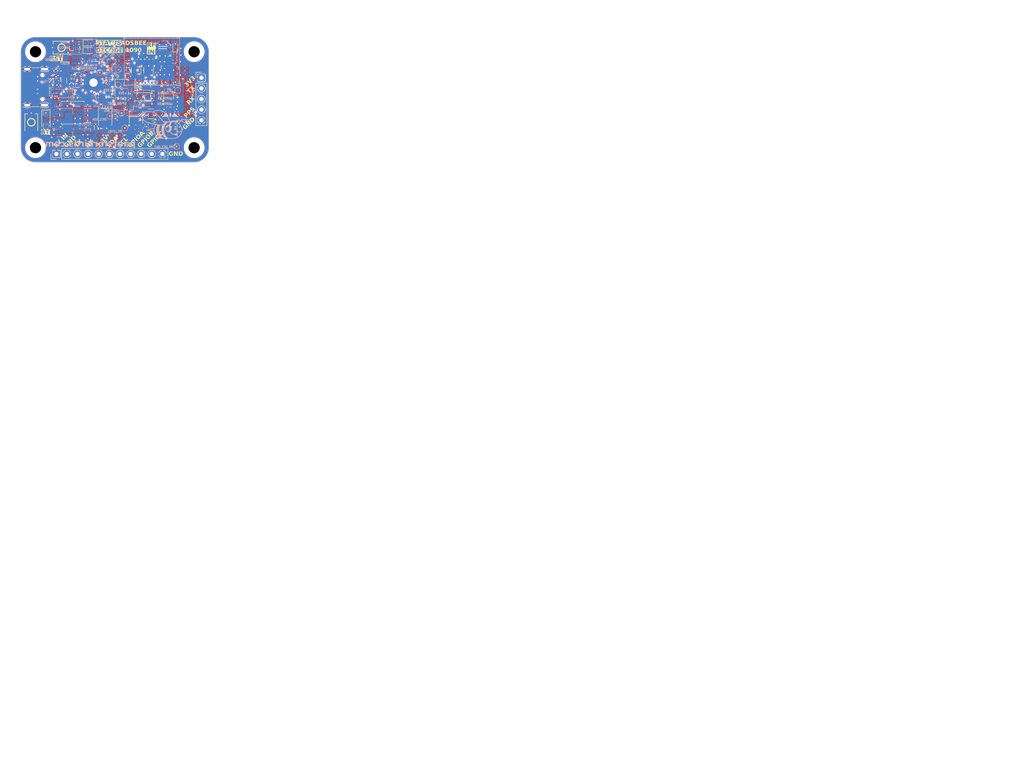
<source format=kicad_pcb>
(kicad_pcb (version 20240108) (generator "pcbnew") (generator_version "8.0")
  (title_block (title "ADSBee 1090") (date "2024-04-23") (rev "C") (company "pantsforbirds.com") (comment 1 "John McNelly - john@pantsforbirds.com"))
  (layers (0 "F.Cu" mixed) (1 "In1.Cu" power) (2 "In2.Cu" signal) (3 "In3.Cu" signal) (4 "In4.Cu" power) (31 "B.Cu" mixed) (34 "B.Paste" user) (35 "F.Paste" user) (36 "B.SilkS" user "B.Silkscreen") (37 "F.SilkS" user "F.Silkscreen") (38 "B.Mask" user) (39 "F.Mask" user) (44 "Edge.Cuts" user))
  (net 0 "")
  (net 1 "+3V3")
  (net 2 "GND")
  (net 3 "/MTL_HI_BIAS")
  (net 4 "/RF_IN")
  (net 5 "/RF_SAW_IN")
  (net 6 "/RF_SAW_OUT")
  (net 7 "/RF_LNA_IN")
  (net 8 "/RF_DET_OUT")
  (net 9 "/MTL_LO_BIAS")
  (net 10 "/RF_DET_IN-")
  (net 11 "+1V1")
  (net 12 "+5V")
  (net 13 "/USB_D-")
  (net 14 "/USB_D+")
  (net 15 "VBUS")
  (net 16 "Net-(D4-K)")
  (net 17 "/STATUS_LED")
  (net 18 "/DECODE")
  (net 19 "Net-(J4-SWDIO{slash}TMS)")
  (net 20 "Net-(J4-SWDCLK{slash}TCK)")
  (net 25 "/~{RESET}")
  (net 26 "/RF_DET_IN+")
  (net 27 "/PULSES")
  (net 28 "/QSPI_SS")
  (net 29 "/~{USB_BOOT}")
  (net 30 "/QSPI_SD1")
  (net 31 "/QSPI_SD2")
  (net 32 "/QSPI_SD0")
  (net 33 "/QSPI_SCLK")
  (net 34 "/QSPI_SD3")
  (net 35 "/UART1_TX")
  (net 36 "/UART1_RX")
  (net 37 "/I2C1_SDA")
  (net 38 "/I2C1_SCL")
  (net 39 "Net-(D6-A)")
  (net 40 "/MTL_HI_PWM")
  (net 41 "/MTL_LO_PWM")
  (net 42 "/MTL_BIAS")
  (net 43 "GNDPWR")
  (net 44 "/RECOVERED_CLK")
  (net 45 "Net-(J6-Pin_5)")
  (net 46 "/RSSI_HOLD")
  (net 47 "/RF_LEVEL")
  (net 48 "/I2C0_SCL")
  (net 49 "/I2C0_SDA")
  (net 50 "/ESP32_ENABLE")
  (net 51 "/ESP32_UART0_RX")
  (net 52 "/ESP32_UART0_TX")
  (net 53 "/ESP32_SPI_CS")
  (net 54 "/ESP32_SPI_MISO")
  (net 55 "/ESP32_SPI_MOSI")
  (net 56 "/ESP32_SPI_CLK")
  (net 57 "/GNSS_UART0_TX")
  (net 58 "/GNSS_PPS")
  (net 59 "/ESP32_GPIO0_BOOT")
  (net 60 "/AUX_GPIOA")
  (net 61 "/AUX_GPIOC")
  (net 62 "/AUX_GPIOB")
  (net 63 "/RSSI_PEAK")
  (net 64 "/GNSS_UART0_RX")
  (net 65 "/RSSI_DSCHRG")
  (net 66 "Net-(C3-Pad2)")
  (net 67 "Net-(C4-Pad1)")
  (net 68 "Net-(C9-Pad1)")
  (net 69 "Net-(U8-XIN)")
  (net 70 "Net-(C29-Pad2)")
  (net 71 "Net-(D2-A)")
  (net 72 "Net-(D5-K)")
  (net 73 "Net-(J5-Pin_1)")
  (net 74 "Net-(J2-CC1)")
  (net 77 "Net-(J2-CC2)")
  (net 78 "Net-(U2-VSET)")
  (net 79 "Net-(U3A--)")
  (net 80 "Net-(U8-USB_DP)")
  (net 81 "Net-(U8-USB_DM)")
  (net 82 "Net-(U9-EN{slash}CHIP_PU)")
  (net 83 "Net-(U9-U0TXD{slash}GPIO1)")
  (net 84 "Net-(U9-U0RXD{slash}GPIO3)")
  (net 85 "Net-(U8-XOUT)")
  (footprint "Capacitor_SMD:C_0402_1005Metric" (layer "F.Cu") (at 42.9 43.1 -90)
    (property "Reference" "C30" (hide yes))
    (property "Value" "0.1uF")
  )
  (footprint "Resistor_SMD:R_0402_1005Metric" (layer "F.Cu") (at 51.149999 57.1)
    (property "Reference" "R15" (hide yes))
    (property "Value" "10k")
  )
  (footprint "Custom_Button_Switch_SMD:SW-SMD_L3.9-W3.0-P4.45" (layer "F.Cu") (at 37.5 55.9 -90)
    (property "Reference" "SW3" (hide yes))
    (property "Value" "SW_Push")
  )
  (footprint "Diode_SMD:D_SOD-523" (layer "F.Cu") (at 72 37.8 90)
    (property "Reference" "D1" (hide yes))
    (property "Value" "3.3VWM 0.6pF")
  )
  (footprint "Capacitor_SMD:C_0402_1005Metric" (layer "F.Cu") (at 60 44.9 180)
    (property "Reference" "C29" (hide yes))
    (property "Value" "27pF NP0")
  )
  (footprint "Resistor_SMD:R_0402_1005Metric" (layer "F.Cu") (at 68.4 55.3 90)
    (property "Reference" "R3" (hide yes))
    (property "Value" "10R")
  )
  (footprint "Capacitor_SMD:C_0402_1005Metric" (layer "F.Cu") (at 60.1 52.9 -90)
    (property "Reference" "C6" (hide yes))
    (property "Value" "0.1uF")
  )
  (footprint "Capacitor_SMD:C_0402_1005Metric" (layer "F.Cu") (at 60 50.3)
    (property "Reference" "C28" (hide yes))
    (property "Value" "27pF NP0")
  )
  (footprint "Resistor_SMD:R_0402_1005Metric" (layer "F.Cu") (at 58.1 54)
    (property "Reference" "R12" (hide yes))
    (property "Value" "2.2k")
  )
  (footprint "Capacitor_SMD:C_0402_1005Metric" (layer "F.Cu") (at 65.2 40.8 90)
    (property "Reference" "C11" (hide yes))
    (property "Value" "0.1uF")
  )
  (footprint "Capacitor_SMD:C_0402_1005Metric" (layer "F.Cu") (at 63.200001 40.810001 90)
    (property "Reference" "C1" (hide yes))
    (property "Value" "0.1uF")
  )
  (footprint "Capacitor_SMD:C_0402_1005Metric" (layer "F.Cu") (at 49.8 41.25 -90)
    (property "Reference" "C19" (hide yes))
    (property "Value" "0.1uF")
  )
  (footprint "Package_SO:TSSOP-8_4.4x3mm_P0.65mm" (layer "F.Cu") (at 55.2 54.5 90)
    (property "Reference" "U6" (hide yes))
    (property "Value" "M24C02-RDW")
  )
  (footprint "Capacitor_SMD:C_0402_1005Metric" (layer "F.Cu") (at 68.45 49.7 90)
    (property "Reference" "C2" (hide yes))
    (property "Value" "22nF")
  )
  (footprint "Resistor_SMD:R_0402_1005Metric" (layer "F.Cu") (at 58.1 44.9 180)
    (property "Reference" "R24" (hide yes))
    (property "Value" "1k")
  )
  (footprint "Capacitor_SMD:C_0402_1005Metric" (layer "F.Cu") (at 71.3 52.3 -90)
    (property "Reference" "C9" (hide yes))
    (property "Value" "3pF")
  )
  (footprint "Package_SO:MSOP-8_3x3mm_P0.65mm" (layer "F.Cu") (at 70.8 57.8 -90)
    (property "Reference" "U2" (hide yes))
    (property "Value" "AD8313xRM")
  )
  (footprint "Resistor_SMD:R_0402_1005Metric" (layer "F.Cu") (at 61 41.4 180)
    (property "Reference" "R8" (hide yes))
    (property "Value" "20R")
  )
  (footprint "Package_DFN_QFN:QFN-56-1EP_7x7mm_P0.4mm_EP3.2x3.2mm" (layer "F.Cu") (at 52.4 46.4 90)
    (property "Reference" "U8" (hide yes))
    (property "Value" "RP2040")
  )
  (footprint "Capacitor_SMD:C_0402_1005Metric" (layer "F.Cu") (at 72.3 53.3 -90)
    (property "Reference" "C3" (hide yes))
    (property "Value" "0.1uF")
  )
  (footprint "Capacitor_SMD:C_0402_1005Metric" (layer "F.Cu") (at 47.2 50)
    (property "Reference" "C18" (hide yes))
    (property "Value" "0.1uF")
  )
  (footprint "Package_TO_SOT_SMD:SOT-363_SC-70-6" (layer "F.Cu") (at 65.6 43.5 -90)
    (property "Reference" "SW1" (hide yes))
    (property "Value" "SN74LVC1G3157")
  )
  (footprint "Package_SO:VSSOP-8_3.0x3.0mm_P0.65mm" (layer "F.Cu") (at 62.6 54.65 90)
    (property "Reference" "U3" (hide yes))
    (property "Value" "TLV3542")
  )
  (footprint "Diode_SMD:D_SOD-123" (layer "F.Cu") (at 41 55.32 -90)
    (property "Reference" "D6" (hide yes))
    (property "Value" "20V 1A")
  )
  (footprint "Capacitor_SMD:C_0402_1005Metric" (layer "F.Cu") (at 62.4 45.9)
    (property "Reference" "C15" (hide yes))
    (property "Value" "22nF")
  )
  (footprint "Resistor_SMD:R_0402_1005Metric" (layer "F.Cu") (at 66.2 40.8 90)
    (property "Reference" "R4" (hide yes))
    (property "Value" "10k")
  )
  (footprint "Resistor_SMD:R_0402_1005Metric" (layer "F.Cu") (at 62.4 48)
    (property "Reference" "R6" (hide yes))
    (property "Value" "1k")
  )
  (footprint "Custom_Package_SO:SOIC-8_5.23x5.23mm_P1.27mm" (layer "F.Cu") (at 47.4 53.6 180)
    (property "Reference" "U7" (hide yes))
    (property "Value" "W25Q128JVS")
  )
  (footprint "Capacitor_SMD:C_0402_1005Metric" (layer "F.Cu") (at 60.6 42.9 -90)
    (property "Reference" "C14" (hide yes))
    (property "Value" "0.1uF")
  )
  (footprint "Custom_Button_Switch_SMD:SW-SMD_L3.9-W3.0-P4.45" (layer "F.Cu") (at 44.75 38.020001)
    (property "Reference" "SW4" (hide yes))
    (property "Value" "SW_Push")
  )
  (footprint "Capacitor_SMD:C_0402_1005Metric" (layer "F.Cu") (at 71.4 41.4 180)
    (property "Reference" "C7" (hide yes))
    (property "Value" "39pF")
  )
  (footprint "Resistor_SMD:R_0402_1005Metric" (layer "F.Cu") (at 73.2 55.3 90)
    (property "Reference" "R2" (hide yes))
    (property "Value" "10R")
  )
  (footprint "Crystal:Crystal_SMD_3225-4Pin_3.2x2.5mm" (layer "F.Cu") (at 59.2 47.6 -90)
    (property "Reference" "Y1" (hide yes))
    (property "Value" "12.000MHz 18pF ±20ppm 80R")
  )
  (footprint "Capacitor_SMD:C_0402_1005Metric" (layer "F.Cu") (at 67.6 44 90)
    (property "Reference" "C5" (hide yes))
    (property "Value" "0.1uF")
  )
  (footprint "Resistor_SMD:R_0402_1005Metric" (layer "F.Cu") (at 65.1 56.4 -90)
    (property "Reference" "R7" (hide yes))
    (property "Value" "1k")
  )
  (footprint "Connector_PinHeader_2.54mm:PinHeader_1x11_P2.54mm_Vertical" (layer "F.Cu") (at 43.5 63.5 90)
    (property "Reference" "J6" (hide yes))
    (property "Value" "Conn_01x11_Pin")
  )
  (footprint "Package_TO_SOT_SMD:SOT-143" (layer "F.Cu") (at 44.4 46 90)
    (property "Reference" "CR1" (hide yes))
    (property "Value" "DRTR5V0U2SR-7")
  )
  (footprint "Resistor_SMD:R_0402_1005Metric" (layer "F.Cu") (at 71.8 61.7)
    (property "Reference" "R5" (hide yes))
    (property "Value" "0R")
  )
  (footprint "Resistor_SMD:R_0402_1005Metric" (layer "F.Cu") (at 43.5 49.3)
    (property "Reference" "R10" (hide yes))
    (property "Value" "5.1k")
  )
  (footprint "Capacitor_SMD:C_0402_1005Metric" (layer "F.Cu") (at 66.6 55.9)
    (property "Reference" "C13" (hide yes))
    (property "Value" "0.1uF")
  )
  (footprint "Package_TO_SOT_SMD:SOT-363_SC-70-6" (layer "F.Cu") (at 66.1 53.9 180)
    (property "Reference" "U4" (hide yes))
    (property "Value" "MCP4017-104E 100k")
  )
  (footprint "Custom_MountingHole:MountingHole_2.7mm_M2.5_Isolated" (layer "F.Cu") (at 76.5 39)
    (property "Reference" "H1" (hide yes))
    (property "Value" "MountingHole")
  )
  (footprint "Custom_Connector_RF:Hirose_U.FL-R-SMT-1" (layer "F.Cu") (at 69 38.5 -90)
    (property "Reference" "J1" (hide yes))
    (property "Value" "U.FL 6GHz 50R")
  )
  (footprint "Resistor_SMD:R_0402_1005Metric" (layer "F.Cu") (at 48.9 36.94 180)
    (property "Reference" "R26" (hide yes))
    (property "Value" "287R")
  )
  (footprint "Connector_PinHeader_2.54mm:PinHeader_1x05_P2.54mm_Vertical" (layer "F.Cu") (at 78.25 45.25)
    (property "Reference" "J5" (hide yes))
    (property "Value" "Conn_01x05_Pin")
  )
  (footprint "Resistor_SMD:R_0402_1005Metric" (layer "F.Cu") (at 48.899999 38.74 180)
    (property "Reference" "R27" (hide yes))
    (property "Value" "115R")
  )
  (footprint "Resistor_SMD:R_0402_1005Metric" (layer "F.Cu") (at 47.11 45)
    (property "Reference" "R14" (hide yes))
    (property "Value" "27.4R 1%")
  )
  (footprint "Resistor_SMD:R_0402_1005Metric" (layer "F.Cu") (at 49.1 57.1)
    (property "Reference" "R21" (hide yes))
    (property "Value" "1k")
  )
  (footprint "Resistor_SMD:R_0402_1005Metric" (layer "F.Cu") (at 64.2 40.810001 90)
    (property "Reference" "R1" (hide yes))
    (property "Value" "10k")
  )
  (footprint "Package_TO_SOT_SMD:SOT-363_SC-70-6" (layer "F.Cu") (at 70.4 49.7 90)
    (property "Reference" "U1" (hide yes))
    (property "Value" "BGA2818")
  )
  (footprint "Capacitor_SMD:C_0402_1005Metric" (layer "F.Cu") (at 70.2 47.5 180)
    (property "Reference" "C8" (hide yes))
    (property "Value" "39pF")
  )
  (footprint "LED_SMD:LED_0603_1608Metric" (layer "F.Cu") (at 51.379998 38.7)
    (property "Reference" "D5" (hide yes))
    (property "Value" "GREEN")
  )
  (footprint "Package_TO_SOT_SMD:SOT-363_SC-70-6" (layer "F.Cu") (at 62.6 43.5 -90)
    (property "Reference" "SW2" (hide yes))
    (property "Value" "SN74LVC1G3157")
  )
  (footprint "Resistor_SMD:R_0402_1005Metric" (layer "F.Cu") (at 43.9 43.1 -90)
    (property "Reference" "R9" (hide yes))
    (property "Value" "5.1k")
  )
  (footprint "Capacitor_SMD:C_0402_1005Metric" (layer "F.Cu") (at 53.4 41.25 -90)
    (property "Reference" "C20" (hide yes))
    (property "Value" "0.1uF")
  )
  (footprint "Custom_MountingHole:MountingHole_2.7mm_M2.5_Isolated" (layer "F.Cu") (at 76.5 62)
    (property "Reference" "H2" (hide yes))
    (property "Value" "MountingHole")
  )
  (footprint "Capacitor_SMD:C_0402_1005Metric" (layer "F.Cu") (at 62.4 47 180)
    (property "Reference" "C12" (hide yes))
    (property "Value" "0.1uF")
  )
  (footprint "Diode_SMD:D_SOD-123" (layer "F.Cu") (at 63.8 49.8 180)
    (property "Reference" "D2" (hide yes))
    (property "Value" "20V 1A")
  )
  (footprint "Resistor_SMD:R_0402_1005Metric" (layer "F.Cu") (at 47.11 46)
    (property "Reference" "R13" (hide yes))
    (property "Value" "27.4R 1%")
  )
  (footprint "Inductor_SMD:L_0402_1005Metric" (layer "F.Cu") (at 70.8 53.8 180)
    (property "Reference" "L1" (hide yes))
    (property "Value" "8.2nH RF")
  )
  (footprint "Capacitor_SMD:C_0402_1005Metric" (layer "F.Cu") (at 69.3 53.3 90)
    (property "Reference" "C4" (hide yes))
    (property "Value" "0.1uF")
  )
  (footprint "LED_SMD:LED_0603_1608Metric" (layer "F.Cu") (at 51.379998 36.9)
    (property "Reference" "D4" (hide yes))
    (property "Value" "RED")
  )
  (footprint "Package_TO_SOT_SMD:SOT-353_SC-70-5" (layer "F.Cu") (at 64.900001 46.9 90)
    (property "Reference" "U5" (hide yes))
    (property "Value" "MCP6566")
  )
  (footprint "Resistor_SMD:R_0402_1005Metric" (layer "F.Cu") (at 58.1 55)
    (property "Reference" "R11" (hide yes))
    (property "Value" "2.2k")
  )
  (footprint "Capacitor_SMD:C_0402_1005Metric" (layer "F.Cu") (at 70.3 52.3 -90)
    (property "Reference" "C10" (hide yes))
    (property "Value" "3pF")
  )
  (footprint "Custom_MountingHole:MountingHole_2.7mm_M2.5_Isolated" (layer "F.Cu") (at 38.5 62)
    (property "Reference" "H4" (hide yes))
    (property "Value" "MountingHole")
  )
  (footprint "Custom_MountingHole:MountingHole_2.7mm_M2.5_Isolated" (layer "F.Cu") (at 38.5 39)
    (property "Reference" "H3" (hide yes))
    (property "Value" "MountingHole")
  )
  (footprint "Resistor_SMD:R_0402_1005Metric" (layer "F.Cu") (at 57.2 42.65 -90)
    (property "Reference" "R25" (hide yes))
    (property "Value" "10k")
  )
  (footprint "Capacitor_SMD:C_0402_1005Metric" (layer "F.Cu") (at 45 57)
    (property "Reference" "C27" (hide yes))
    (property "Value" "0.1uF")
  )
  (footprint "Capacitor_SMD:C_0402_1005Metric" (layer "F.Cu") (at 52.9 56.9 -90)
    (property "Reference" "C26" (hide yes))
    (property "Value" "0.1uF")
  )
  (footprint "Custom_Connector_USB:USB_C_Receptacle_GCT_USB4105-xx-A_16P_TopMnt_Horizontal" (layer "F.Cu") (at 37.575 47.5 -90)
    (property "Reference" "J2" (hide yes))
    (property "Value" "USB_C_Receptacle_USB2.0_16P")
  )
  (footprint "Custom_Filter:Filter_SAW-6_3.8x3.8mm" (layer "F.Cu") (at 70.7 44.5 -90)
    (property "Reference" "X1" (hide yes))
    (property "Value" "SF2321D")
  )
  (footprint "Capacitor_SMD:C_0603_1608Metric" (layer "B.Cu") (at 47.9 44.5)
    (property "Reference" "C25" (hide yes))
    (property "Value" "1uF")
  )
  (footprint "Capacitor_SMD:C_0402_1005Metric" (layer "B.Cu") (at 48.5 45.8)
    (property "Reference" "C23" (hide yes))
    (property "Value" "0.1uF")
  )
  (footprint "Resistor_SMD:R_0402_1005Metric" (layer "B.Cu") (at 74.3 44.1 180)
    (property "Reference" "R23" (hide yes))
    (property "Value" "10k")
  )
  (footprint "Capacitor_SMD:C_0402_1005Metric" (layer "B.Cu") (at 52.9 49.7)
    (property "Reference" "C22" (hide yes))
    (property "Value" "0.1uF")
  )
  (footprint "TestPoint:TestPoint_Pad_D1.0mm" (layer "B.Cu") (at 58.5 39.1 180)
    (property "Reference" "TP4" (hide yes))
    (property "Value" "TestPoint")
  )
  (footprint "TestPoint:TestPoint_Pad_D1.0mm" (layer "B.Cu") (at 59.9 57.3 180)
    (property "Reference" "TP5" (hide yes))
    (property "Value" "TestPoint")
  )
  (footprint "Connector_PinHeader_1.27mm:PinHeader_2x03_P1.27mm_Vertical_SMD" (layer "B.Cu") (at 64 50.2 180)
    (property "Reference" "J3" (hide yes))
    (property "Value" "Conn_02x03_Pin")
  )
  (footprint "TestPoint:TestPoint_Pad_D1.0mm" (layer "B.Cu") (at 56.3 54.4 180)
    (property "Reference" "TP7" (hide yes))
    (property "Value" "TestPoint")
  )
  (footprint "TestPoint:TestPoint_Pad_D1.0mm" (layer "B.Cu") (at 72.6 48.3 90)
    (property "Reference" "TP2" (hide yes))
    (property "Value" "TestPoint")
  )
  (footprint "Custom_Graphic:ADSBee" (layer "B.Cu") (at 69.56644 56.766076 180)
    (property "Reference" "GRAPHIC1" (hide yes))
    (property "Value" "Graphic" (hide yes))
  )
  (footprint "Resistor_SMD:R_0402_1005Metric" (layer "B.Cu") (at 56.3 59)
    (property "Reference" "R16" (hide yes))
    (property "Value" "2.2k")
  )
  (footprint "Resistor_SMD:R_0402_1005Metric" (layer "B.Cu") (at 58.5 40.6 180)
    (property "Reference" "R19" (hide yes))
    (property "Value" "0R")
  )
  (footprint "Capacitor_SMD:C_0402_1005Metric" (layer "B.Cu") (at 50.7 43.9 180)
    (property "Reference" "C17" (hide yes))
    (property "Value" "0.1uF")
  )
  (footprint "Capacitor_SMD:C_0805_2012Metric" (layer "B.Cu") (at 44.2 51.3)
    (property "Reference" "C31" (hide yes))
    (property "Value" "10uF")
  )
  (footprint "Diode_SMD:D_SOD-123" (layer "B.Cu") (at 45 49 180)
    (property "Reference" "D3" (hide yes))
    (property "Value" "20V 1A")
  )
  (footprint "TestPoint:TestPoint_Pad_D1.0mm" (layer "B.Cu") (at 58.4 43.3 180)
    (property "Reference" "TP8" (hide yes))
    (property "Value" "TestPoint")
  )
  (footprint "Capacitor_SMD:C_0805_2012Metric" (layer "B.Cu") (at 51 57.9 -90)
    (property "Reference" "C32" (hide yes))
    (property "Value" "10uF")
  )
  (footprint "TestPoint:TestPoint_Pad_D1.0mm" (layer "B.Cu") (at 59.1 53.7 180)
    (property "Reference" "TP6" (hide yes))
    (property "Value" "TestPoint")
  )
  (footprint "TestPoint:TestPoint_Pad_D1.0mm" (layer "B.Cu") (at 44.4 39.7 90)
    (property "Reference" "TP10" (hide yes))
    (property "Value" "TestPoint")
  )
  (footprint "Capacitor_SMD:C_0402_1005Metric" (layer "B.Cu") (at 55.5 46.4 180)
    (property "Reference" "C21" (hide yes))
    (property "Value" "0.1uF")
  )
  (footprint "Connector_PinHeader_1.27mm:PinHeader_2x05_P1.27mm_Vertical_SMD" (layer "B.Cu") (at 50.2 39.2 180)
    (property "Reference" "J4" (hide yes))
    (property "Value" "Conn_ARM_JTAG_SWD_10")
  )
  (footprint "Capacitor_SMD:C_0603_1608Metric" (layer "B.Cu") (at 47.9 47.1)
    (property "Reference" "C24" (hide yes))
    (property "Value" "1uF")
  )
  (footprint "Capacitor_SMD:C_0402_1005Metric" (layer "B.Cu") (at 55.5 45.4 180)
    (property "Reference" "C16" (hide yes))
    (property "Value" "0.1uF")
  )
  (footprint "Fuse:Fuse_0402_1005Metric" (layer "B.Cu") (at 54.2 59 180)
    (property "Reference" "F2" (hide yes))
    (property "Value" "6V 200mA")
  )
  (footprint "TestPoint:TestPoint_Pad_D1.0mm" (layer "B.Cu") (at 53.9 44 180)
    (property "Reference" "TP11" (hide yes))
    (property "Value" "TestPoint")
  )
  (footprint "Resistor_SMD:R_0402_1005Metric" (layer "B.Cu") (at 61.6 53.3)
    (property "Reference" "R22" (hide yes))
    (property "Value" "10k")
  )
  (footprint "Resistor_SMD:R_0402_1005Metric" (layer "B.Cu") (at 74.3 43 180)
    (property "Reference" "R18" (hide yes))
    (property "Value" "0R")
  )
  (footprint "Custom_Graphic:PCB_PN_REV_Small" (layer "B.Cu") (at 76.9 46.1 -90)
    (property "Reference" "PCB1" (hide yes))
    (property "Value" "PCB" (hide yes))
  )
  (footprint "TestPoint:TestPoint_Pad_D1.0mm" (layer "B.Cu") (at 72.3 61.7 180)
    (property "Reference" "TP3" (hide yes))
    (property "Value" "TestPoint")
  )
  (footprint "Custom_MCU_Espressif:ESP32-PICO-MINI-02U" (layer "B.Cu") (at 66.4 41.4 180)
    (property "Reference" "U9" (hide yes))
    (property "Value" "ESP32-PICO-MINI-02U	")
  )
  (footprint "Fuse:Fuse_0402_1005Metric" (layer "B.Cu") (at 74.3 45.5)
    (property "Reference" "F1" (hide yes))
    (property "Value" "6V 200mA")
  )
  (footprint "Package_TO_SOT_SMD:SOT-223-3_TabPin2" (layer "B.Cu") (at 45.5 56)
    (property "Reference" "U10" (hide yes))
    (property "Value" "AMS1117-3.3")
  )
  (footprint "TestPoint:TestPoint_Pad_D1.0mm" (layer "B.Cu") (at 58.3 47 90)
    (property "Reference" "TP9" (hide yes))
    (property "Value" "TestPoint")
  )
  (footprint "Resistor_SMD:R_0402_1005Metric" (layer "B.Cu") (at 59.3 59 180)
    (property "Reference" "R17" (hide yes))
    (property "Value" "2.2k")
  )
  (footprint "Resistor_SMD:R_0402_1005Metric" (layer "B.Cu") (at 58.5 41.7 180)
    (property "Reference" "R20" (hide yes))
    (property "Value" "0R")
  )
  (footprint "TestPoint:TestPoint_Pad_D1.0mm" (layer "B.Cu") (at 58.5 37 180)
    (property "Reference" "TP1" (hide yes))
    (property "Value" "TestPoint")
  )
  (gr_arc (start 35 39) (mid 36.025126 36.525126) (end 38.5 35.5) (stroke (width 0.1)) (layer "Edge.Cuts"))
  (gr_arc (start 38.5 65.5) (mid 36.025126 64.474874) (end 35 62) (stroke (width 0.1)) (layer "Edge.Cuts"))
  (gr_line (start 38.5 65.5) (end 76.5 65.5) (stroke (width 0.1)) (layer "Edge.Cuts"))
  (gr_arc (start 80 62) (mid 78.974874 64.474874) (end 76.5 65.5) (stroke (width 0.1)) (layer "Edge.Cuts"))
  (gr_arc (start 76.5 35.5) (mid 78.974874 36.525126) (end 80 39) (stroke (width 0.1)) (layer "Edge.Cuts"))
  (gr_line (start 35 39) (end 35 62) (stroke (width 0.1)) (layer "Edge.Cuts"))
  (gr_line (start 80 39) (end 80 62) (stroke (width 0.1)) (layer "Edge.Cuts"))
  (gr_line (start 76.5 35.5) (end 38.5 35.5) (stroke (width 0.1)) (layer "Edge.Cuts"))
  (gr_text "UART0_TX" (at 67.7 50.5 0) (layer "B.SilkS") (effects (font (size 0.5 0.5) (thickness 0.125)) (justify right bottom mirror)))
  (gr_text "MTL_HI_BIAS" (at 57.6 39.6 45) (layer "B.SilkS") (effects (font (size 0.5 0.5) (thickness 0.125)) (justify left bottom mirror)))
  (gr_text "GND" (at 53.5 39.5 0) (layer "B.SilkS") (effects (font (size 0.5 0.5) (thickness 0.125)) (justify right bottom mirror)))
  (gr_text "PULSES" (at 57.7 48.5 0) (layer "B.SilkS") (effects (font (size 0.5 0.5) (thickness 0.125)) (justify left bottom mirror)))
  (gr_text "RF_LEVEL" (at 59.3 58.4 0) (layer "B.SilkS") (effects (font (size 0.5 0.5) (thickness 0.125)) (justify left bottom mirror)))
  (gr_text "DECODE" (at 43.8 41.2 0) (layer "B.SilkS") (effects (font (size 0.5 0.5) (thickness 0.125)) (justify left bottom mirror)))
  (gr_text "SWDCLK" (at 46.9 38.3 0) (layer "B.SilkS") (effects (font (size 0.5 0.5) (thickness 0.125)) (justify left bottom mirror)))
  (gr_text "GPIO0_BOOT" (at 60.4 51.7 0) (layer "B.SilkS") (effects (font (size 0.5 0.5) (thickness 0.125)) (justify left bottom mirror)))
  (gr_text "RF_DET_OUT" (at 71.5 62.1 0) (layer "B.SilkS") (effects (font (size 0.5 0.5) (thickness 0.125)) (justify left bottom mirror)))
  (gr_text "+3V3" (at 60.5 49.2 0) (layer "B.SilkS") (effects (font (size 0.5 0.5) (thickness 0.125)) (justify left bottom mirror)))
  (gr_text "GND" (at 60.4 50.5 0) (layer "B.SilkS") (effects (font (size 0.5 0.5) (thickness 0.125)) (justify left bottom mirror)))
  (gr_text "RSSI_HOLD" (at 58.3 45.4 -45) (layer "B.SilkS") (effects (font (size 0.5 0.5) (thickness 0.125)) (justify left bottom mirror)))
  (gr_text "ENABLE" (at 67.6 49.2 0) (layer "B.SilkS") (effects (font (size 0.5 0.5) (thickness 0.125)) (justify right bottom mirror)))
  (gr_text "+3V3" (at 53.5 37 0) (layer "B.SilkS") (effects (font (size 0.5 0.5) (thickness 0.125)) (justify right bottom mirror)))
  (gr_text "I2C1_SDA" (at 55.7 55.5 0) (layer "B.SilkS") (effects (font (size 0.5 0.5) (thickness 0.125)) (justify left bottom mirror)))
  (gr_text "MTL_BIAS" (at 72.6 50.4 -45) (layer "B.SilkS") (effects (font (size 0.5 0.5) (thickness 0.125)) (justify left bottom mirror)))
  (gr_text "RECOVERED_CLK" (at 53.3 43.3 0) (layer "B.SilkS") (effects (font (size 0.5 0.5) (thickness 0.125)) (justify left bottom mirror)))
  (gr_text "UART0_RX" (at 67.6 51.8 0) (layer "B.SilkS") (effects (font (size 0.5 0.5) (thickness 0.125)) (justify right bottom mirror)))
  (gr_text "~{RESET}" (at 46.8 42.1 0) (layer "B.SilkS") (effects (font (size 0.5 0.5) (thickness 0.125)) (justify left bottom mirror)))
  (gr_text "MTL_LO_BIAS" (at 57.9 37.9 45) (layer "B.SilkS") (effects (font (size 0.5 0.5) (thickness 0.125)) (justify left bottom mirror)))
  (gr_text "GND" (at 53.5 38.2 0) (layer "B.SilkS") (effects (font (size 0.5 0.5) (thickness 0.125)) (justify right bottom mirror)))
  (gr_text "pantsforbirds.com" (at 62.5 62 0) (layer "B.SilkS") (effects (font (size 1.5 1.5) (thickness 0.3) (bold yes)) (justify left bottom mirror)))
  (gr_text "SWDIO" (at 46.9 37 0) (layer "B.SilkS") (effects (font (size 0.5 0.5) (thickness 0.125)) (justify left bottom mirror)))
  (gr_text "I2C1_SCL" (at 58.4 53.4 0) (layer "B.SilkS") (effects (font (size 0.5 0.5) (thickness 0.125)) (justify left bottom mirror)))
  (gr_text "TX" (at 76.9 47.8 45) (layer "F.SilkS") (effects (font (size 1 1) (thickness 0.1) (bold yes)) (justify right bottom)))
  (gr_text "GPIOA" (at 61.3 62.2 45) (layer "F.SilkS") (effects (font (size 1 1) (thickness 0.1) (bold yes)) (justify left bottom)))
  (gr_text "GPIOB" (at 63.6 62.2 45) (layer "F.SilkS") (effects (font (size 1 1) (thickness 0.1) (bold yes)) (justify left bottom)))
  (gr_text "5V IN" (at 43.5 62.2 45) (layer "F.SilkS") (effects (font (size 1 1) (thickness 0.1) (bold yes)) (justify left bottom)))
  (gr_text "GND" (at 70.4 64.1 0) (layer "F.SilkS") (effects (font (size 1 1) (thickness 0.1) (bold yes)) (justify left bottom)))
  (gr_text "RX" (at 51.1 62.2 45) (layer "F.SilkS") (effects (font (size 1 1) (thickness 0.1) (bold yes)) (justify left bottom)))
  (gr_text "GND" (at 76.9 55.4 45) (layer "F.SilkS") (effects (font (size 1 1) (thickness 0.1) (bold yes)) (justify right bottom)))
  (gr_text "GPIOC" (at 65.9 62.2 45) (layer "F.SilkS") (effects (font (size 1 1) (thickness 0.1) (bold yes)) (justify left bottom)))
  (gr_text "PPS" (at 76.9 52.9 45) (layer "F.SilkS") (effects (font (size 1 1) (thickness 0.1) (bold yes)) (justify right bottom)))
  (gr_text "RF\nIN" (at 66.2 38.3 0) (layer "F.SilkS" knockout) (effects (font (size 1 1) (thickness 0.2) (bold yes))))
  (gr_text "RST" (at 41.9 41.3 0) (layer "F.SilkS" knockout) (effects (font (size 1 1) (thickness 0.2) (bold yes)) (justify left bottom)))
  (gr_text "TX" (at 48.5 62.1 45) (layer "F.SilkS") (effects (font (size 1 1) (thickness 0.1) (bold yes)) (justify left bottom)))
  (gr_text "ADSBEE\n1090" (at 62 37.8 0) (layer "F.SilkS") (effects (font (size 1 1) (thickness 0.2) (bold yes))))
  (gr_text "SCL" (at 58.8 62.2 45) (layer "F.SilkS") (effects (font (size 1 1) (thickness 0.1) (bold yes)) (justify left bottom)))
  (gr_text "STATUS" (at 53.079998 36.9 0) (layer "F.SilkS" knockout) (effects (font (size 1 1) (thickness 0.2) (bold yes)) (justify left)))
  (gr_text "3.3V" (at 53.7 62.2 45) (layer "F.SilkS") (effects (font (size 1 1) (thickness 0.1) (bold yes)) (justify left bottom)))
  (gr_text "RX" (at 76.9 50.4 45) (layer "F.SilkS") (effects (font (size 1 1) (thickness 0.1) (bold yes)) (justify right bottom)))
  (gr_text "DECODE" (at 52.979998 38.7 0) (layer "F.SilkS" knockout) (effects (font (size 1 1) (thickness 0.2) (bold yes)) (justify left)))
  (gr_text "GND" (at 46 62.2 45) (layer "F.SilkS") (effects (font (size 1 1) (thickness 0.1) (bold yes)) (justify left bottom)))
  (gr_text "3V3" (at 77 45.5 45) (layer "F.SilkS") (effects (font (size 1 1) (thickness 0.1) (bold yes)) (justify right bottom)))
  (gr_text "BT" (at 39.8 58.9 0) (layer "F.SilkS" knockout) (effects (font (size 1 1) (thickness 0.2) (bold yes)) (justify left bottom)))
  (gr_text "SDA" (at 56.2 62.2 45) (layer "F.SilkS") (effects (font (size 1 1) (thickness 0.1) (bold yes)) (justify left bottom)))
  (segment (start 53.43 41.7) (end 53.4 41.73) (width 0.15) (layer "F.Cu") (net 1))
  (segment (start 68.48 50.18) (end 68.5 50.2) (width 0.25) (layer "F.Cu") (net 1))
  (segment (start 63.7 45.98078) (end 63.7 45.95) (width 0.25) (layer "F.Cu") (net 1))
  (segment (start 63.7 45.95) (end 64.250001 45.95) (width 0.25) (layer "F.Cu") (net 1))
  (segment (start 62.076132 43.601134) (end 62.6 44.125001) (width 0.25) (layer "F.Cu") (net 1))
  (segment (start 53.7 41.7) (end 53.43 41.7) (width 0.25) (layer "F.Cu") (net 1))
  (segment (start 48.9625 43.8) (end 48.2 43.8) (width 0.15) (layer "F.Cu") (net 1))
  (segment (start 74.59 55.81) (end 74.6 55.8) (width 0.25) (layer "F.Cu") (net 1))
  (segment (start 67.62 44.5) (end 67.6 44.48) (width 0.15) (layer "F.Cu") (net 1))
  (segment (start 65.825001 43.9) (end 67.02 43.9) (width 0.15) (layer "F.Cu") (net 1))
  (segment (start 69.28 50.18) (end 69.75 50.65) (width 0.25) (layer "F.Cu") (net 1))
  (segment (start 65.6 44.125001) (end 65.825001 43.9) (width 0.15) (layer "F.Cu") (net 1))
  (segment (start 62.88 47) (end 62.88 46.80078) (width 0.25) (layer "F.Cu") (net 1))
  (segment (start 55.02 46.2) (end 55.8375 46.2) (width 0.15) (layer "F.Cu") (net 1))
  (segment (start 49.8 42.9625) (end 49.8 41.7) (width 0.15) (layer "F.Cu") (net 1))
  (segment (start 61.294913 43.601134) (end 60.821134 43.601134) (width 0.25) (layer "F.Cu") (net 1))
  (segment (start 62.88 46.80078) (end 63.7 45.98078) (width 0.25) (layer "F.Cu") (net 1))
  (segment (start 48.2 44.2) (end 48.1 44.3) (width 0.15) (layer "F.Cu") (net 1))
  (segment (start 48.9625 44.2) (end 48.2 44.2) (width 0.15) (layer "F.Cu") (net 1))
  (segment (start 68.45 50.18) (end 68.48 50.18) (width 0.25) (layer "F.Cu") (net 1))
  (segment (start 49.8 46.1) (end 49.8 45.8) (width 0.15) (layer "F.Cu") (net 1))
  (segment (start 48.9625 45.8) (end 49.8 45.8) (width 0.15) (layer "F.Cu") (net 1))
  (segment (start 49.8 49.8375) (end 48.4625 49.8375) (width 0.15) (layer "F.Cu") (net 1))
  (segment (start 68.4 55.81) (end 67.17 55.81) (width 0.25) (layer "F.Cu") (net 1))
  (segment (start 62.6 44.125001) (end 62.6 44.45) (width 0.25) (layer "F.Cu") (net 1))
  (segment (start 53.4 49.8375) (end 53.4 49.1) (width 0.15) (layer "F.Cu") (net 1))
  (segment (start 68.52 50.18) (end 69.28 50.18) (width 0.25) (layer "F.Cu") (net 1))
  (segment (start 67.6 44.48) (end 67.6 44.5) (width 0.15) (layer "F.Cu") (net 1))
  (segment (start 62.88 47) (end 62.9 47.1) (width 0.25) (layer "F.Cu") (net 1))
  (segment (start 54.82 46.4) (end 55.02 46.2) (width 0.15) (layer "F.Cu") (net 1))
  (segment (start 53.4 42.9625) (end 53.4 41.73) (width 0.15) (layer "F.Cu") (net 1))
  (segment (start 67.02 43.9) (end 67.6 44.48) (width 0.15) (layer "F.Cu") (net 1))
  (segment (start 67.08 54.58) (end 67.05 54.55) (width 0.25) (layer "F.Cu") (net 1))
  (segment (start 65.6 44.45) (end 65.6 44.125001) (width 0.15) (layer "F.Cu") (net 1))
  (segment (start 52.9 57.38) (end 54.2075 57.38) (width 0.25) (layer "F.Cu") (net 1))
  (segment (start 47.7 50) (end 48.3 50) (width 0.15) (layer "F.Cu") (net 1))
  (segment (start 61.89 48) (end 61.89 48.31) (width 0.25) (layer "F.Cu") (net 1))
  (segment (start 67.08 55.9) (end 67.08 54.58) (width 0.25) (layer "F.Cu") (net 1))
  (segment (start 48.3 50) (end 48.4625 49.8375) (width 0.15) (layer "F.Cu") (net 1))
  (segment (start 60.821134 43.601134) (end 60.6 43.38) (width 0.25) (layer "F.Cu") (net 1))
  (segment (start 61.595 52.42) (end 61.625 52.45) (width 0.25) (layer "F.Cu") (net 1))
  (segment (start 67.6 44.5) (end 67.62 44.5) (width 0.15) (layer "F.Cu") (net 1))
  (segment (start 47.68 50) (end 47.7 50) (width 0.15) (layer "F.Cu") (net 1))
  (segment (start 54.2075 57.38) (end 54.225 57.3625) (width 0.25) (layer "F.Cu") (net 1))
  (segment (start 48.1 43.9) (end 48.1 44.3) (width 0.15) (layer "F.Cu") (net 1))
  (segment (start 68.5 50.2) (end 68.52 50.18) (width 0.25) (layer "F.Cu") (net 1))
  (segment (start 60.1 52.42) (end 61.595 52.42) (width 0.25) (layer "F.Cu") (net 1))
  (segment (start 49.7 46.2) (end 49.8 46.1) (width 0.15) (layer "F.Cu") (net 1))
  (segment (start 49.8 41.7) (end 49.8 41.73) (width 0.15) (layer "F.Cu") (net 1))
  (segment (start 48.9625 46.2) (end 49.7 46.2) (width 0.15) (layer "F.Cu") (net 1))
  (segment (start 48.2 43.8) (end 48.1 43.9) (width 0.15) (layer "F.Cu") (net 1))
  (segment (start 61.294913 43.601134) (end 62.076132 43.601134) (width 0.25) (layer "F.Cu") (net 1))
  (segment (start 73.2 55.81) (end 74.59 55.81) (width 0.25) (layer "F.Cu") (net 1))
  (segment (start 61.89 48.31) (end 61.2 49) (width 0.25) (layer "F.Cu") (net 1))
  (segment (start 67.17 55.81) (end 67.08 55.9) (width 0.25) (layer "F.Cu") (net 1))
  (via (at 74.6 55.8) (size 0.4) (drill 0.3) (layers "F.Cu" "B.Cu") (net 1))
  (via (at 73.815 45.5) (size 0.4) (drill 0.3) (layers "F.Cu" "B.Cu") (net 1))
  (via (at 47.7 50) (size 0.4) (drill 0.3) (layers "F.Cu" "B.Cu") (net 1))
  (via (at 59.809999 59) (size 0.4) (drill 0.3) (layers "F.Cu" "B.Cu") (net 1))
  (via (at 68.5 50.2) (size 0.4) (drill 0.3) (layers "F.Cu" "B.Cu") (net 1))
  (via (at 48 56.2) (size 0.4) (drill 0.3) (layers "F.Cu" "B.Cu") (net 1))
  (via (at 57.6 54) (size 0.4) (drill 0.3) (layers "F.Cu" "B.Cu") (net 1))
  (via (at 42.8 56.3) (size 0.4) (drill 0.3) (layers "F.Cu" "B.Cu") (net 1))
  (via (at 54.82 46.4) (size 0.4) (drill 0.3) (layers "F.Cu" "B.Cu") (net 1))
  (via (at 49.8 45.8) (size 0.4) (drill 0.3) (layers "F.Cu" "B.Cu") (net 1))
  (via (at 67.6 44.5) (size 0.4) (drill 0.3) (layers "F.Cu" "B.Cu") (net 1))
  (via (at 67.08 55.9) (size 0.4) (drill 0.3) (layers "F.Cu" "B.Cu") (net 1))
  (via (at 48.1 44.3) (size 0.4) (drill 0.3) (layers "F.Cu" "B.Cu") (net 1))
  (via (at 60.1 52.4) (size 0.4) (drill 0.3) (layers "F.Cu" "B.Cu") (net 1))
  (via (at 53.1 36.5) (size 0.4) (drill 0.3) (layers "F.Cu" "B.Cu") (net 1))
  (via (at 62.9 47.1) (size 0.4) (drill 0.3) (layers "F.Cu" "B.Cu") (net 1))
  (via (at 54.2 51.6) (size 0.4) (drill 0.3) (layers "F.Cu" "B.Cu") (net 1))
  (via (at 61.294913 43.601134) (size 0.4) (drill 0.3) (layers "F.Cu" "B.Cu") (net 1))
  (via (at 54.699999 59) (size 0.4) (drill 0.3) (layers "F.Cu" "B.Cu") (net 1))
  (via (at 66.4 38) (size 0.4) (drill 0.3) (layers "F.Cu" "B.Cu") (net 1))
  (via (at 53.7 41.7) (size 0.4) (drill 0.3) (layers "F.Cu" "B.Cu") (net 1))
  (via (at 44.5 57) (size 0.4) (drill 0.3) (layers "F.Cu" "B.Cu") (net 1))
  (via (at 49.2 56.2) (size 0.4) (drill 0.3) (layers "F.Cu" "B.Cu") (net 1))
  (via (at 61.1 53.3) (size 0.4) (drill 0.3) (layers "F.Cu" "B.Cu") (net 1))
  (via (at 50.6 57.1) (size 0.4) (drill 0.3) (layers "F.Cu" "B.Cu") (net 1))
  (via (at 57.2 42.1) (size 0.4) (drill 0.3) (layers "F.Cu" "B.Cu") (net 1))
  (via (at 67.2 38) (size 0.4) (drill 0.3) (layers "F.Cu" "B.Cu") (net 1))
  (via (at 53.4 49.1) (size 0.4) (drill 0.3) (layers "F.Cu" "B.Cu") (net 1))
  (via (at 49.8 41.7) (size 0.4) (drill 0.3) (layers "F.Cu" "B.Cu") (net 1))
  (via (at 55.79 59.004) (size 0.4) (drill 0.3) (layers "F.Cu" "B.Cu") (net 1))
  (via (at 54.2 57.4) (size 0.4) (drill 0.3) (layers "F.Cu" "B.Cu") (net 1))
  (via (at 61.2 49) (size 0.4) (drill 0.3) (layers "F.Cu" "B.Cu") (net 1))
  (via (at 48 55) (size 0.4) (drill 0.3) (layers "F.Cu" "B.Cu") (net 1))
  (via (at 41.9 55.9) (size 0.4) (drill 0.3) (layers "F.Cu" "B.Cu") (net 1))
  (via (at 49.2 55) (size 0.4) (drill 0.3) (layers "F.Cu" "B.Cu") (net 1))
  (via (at 43.8 55.5) (size 0.4) (drill 0.3) (layers "F.Cu" "B.Cu") (net 1))
  (via (at 57.6 55) (size 0.4) (drill 0.3) (layers "F.Cu" "B.Cu") (net 1))
  (via (at 62.9 49) (size 0.4) (drill 0.3) (layers "F.Cu" "B.Cu") (net 1))
  (segment (start 49.8 45.8) (end 49.8 45) (width 0.25) (layer "B.Cu") (net 1))
  (segment (start 67.2 38) (end 66.4 38) (width 0.4) (layer "B.Cu") (net 1))
  (segment (start 49.8 45.8) (end 48.98 45.8) (width 0.25) (layer "B.Cu") (net 1))
  (segment (start 70.3 38) (end 67.2 38) (width 0.4) (layer "B.Cu") (net 1))
  (segment (start 54.82 46.4) (end 55.02 46.4) (width 0.25) (layer "B.Cu") (net 1))
  (segment (start 53.4 49.1) (end 53.4 49.87) (width 0.25) (layer "B.Cu") (net 1))
  (segment (start 70.7 38.4) (end 70.3 38) (width 0.4) (layer "B.Cu") (net 1))
  (segment (start 48.1 44.3) (end 48.475 44.3) (width 0.25) (layer "B.Cu") (net 1))
  (segment (start 48.475 44.3) (end 48.675 44.5) (width 0.25) (layer "B.Cu") (net 1))
  (segment (start 49.3 44.5) (end 48.675 44.5) (width 0.25) (layer "B.Cu") (net 1))
  (segment (start 71.3 39) (end 70.7 38.4) (width 0.4) (layer "B.Cu") (net 1))
  (segment (start 49.8 45) (end 49.3 44.5) (width 0.25) (layer "B.Cu") (net 1))
  (segment (start 72.3 39) (end 71.3 39) (width 0.4) (layer "B.Cu") (net 1))
  (segment (start 43.1 50.2) (end 44 50.2) (width 0.4) (layer "F.Cu") (net 2))
  (segment (start 53.97 40.77) (end 54 40.8) (width 0.25) (layer "F.Cu") (net 2))
  (segment (start 42.18 44.3) (end 42.9 43.58) (width 0.4) (layer "F.Cu") (net 2))
  (segment (start 53.4 40.77) (end 53.97 40.77) (width 0.25) (layer "F.Cu") (net 2))
  (segment (start 41.255 44.3) (end 42.18 44.3) (width 0.4) (layer "F.Cu") (net 2))
  (segment (start 41.255 50.7) (end 42.6 50.7) (width 0.4) (layer "F.Cu") (net 2))
  (segment (start 42.6 50.7) (end 43.1 50.2) (width 0.4) (layer "F.Cu") (net 2))
  (segment (start 42.9 43.58) (end 44.58 43.58) (width 0.4) (layer "F.Cu") (net 2))
  (segment (start 44.58 43.58) (end 44.6 43.6) (width 0.4) (layer "F.Cu") (net 2))
  (via (at 70.9 37.4) (size 0.4) (drill 0.3) (layers "F.Cu" "B.Cu") (net 2))
  (via (at 42.6 38) (size 0.4) (drill 0.3) (layers "F.Cu" "B.Cu") (net 2))
  (via (at 69.3 52.8) (size 0.4) (drill 0.3) (layers "F.Cu" "B.Cu") (net 2))
  (via (at 42.9 43.6) (size 0.4) (drill 0.3) (layers "F.Cu" "B.Cu") (net 2))
  (via (at 61.2 50.2) (size 0.4) (drill 0.3) (layers "F.Cu" "B.Cu") (net 2))
  (via (at 64.4 39.4) (size 0.4) (drill 0.3) (layers "F.Cu" "B.Cu") (net 2))
  (via (at 68.2 37.3) (size 0.4) (drill 0.3) (layers "F.Cu" "B.Cu") (net 2))
  (via (at 43.8 43.6) (size 0.4) (drill 0.3) (layers "F.Cu" "B.Cu") (net 2))
  (via (at 72.5 50) (size 0.4) (drill 0.3) (layers "F.Cu" "B.Cu") (net 2))
  (via (at 72 37.1) (size 0.4) (drill 0.3) (layers "F.Cu" "B.Cu") (net 2))
  (via (at 51 58.9) (size 0.4) (drill 0.3) (layers "F.Cu" "B.Cu") (net 2))
  (via (at 68.9 48.6) (size 0.4) (drill 0.3) (layers "F.Cu" "B.Cu") (net 2))
  (via (at 49.9 58.9) (size 0.4) (drill 0.3) (layers "F.Cu" "B.Cu") (net 2))
  (via (at 68.4 43.4) (size 0.4) (drill 0.3) (layers "F.Cu" "B.Cu") (net 2))
  (via (at 63 50.2) (size 0.4) (drill 0.3) (layers "F.Cu" "B.Cu") (net 2))
  (via (at 66.3 39.4) (size 0.4) (drill 0.3) (layers "F.Cu" "B.Cu") (net 2))
  (via (at 73 57) (size 0.4) (drill 0.3) (layers "F.Cu" "B.Cu") (net 2))
  (via (at 46.3 39.2) (size 0.4) (drill 0.3) (layers "F.Cu" "B.Cu") (net 2))
  (via (at 39 45) (size 0.4) (drill 0.3) (layers "F.Cu" "B.Cu") (net 2))
  (via (at 69 57) (size 0.4) (drill 0.3) (layers "F.Cu" "B.Cu") (net 2))
  (via (at 44.6 43.6) (size 0.4) (drill 0.3) (layers "F.Cu" "B.Cu") (net 2))
  (via (at 70 57) (size 0.4) (drill 0.3) (layers "F.Cu" "B.Cu") (net 2))
  (via (at 46.1 50.8) (size 0.4) (drill 0.3) (layers "F.Cu" "B.Cu") (net 2))
  (via (at 49.8 40.7) (size 0.4) (drill 0.3) (layers "F.Cu" "B.Cu") (net 2))
  (via (at 71.8 48.8) (size 0.4) (drill 0.3) (layers "F.Cu" "B.Cu") (net 2))
  (via (at 42.9 58.8) (size 0.4) (drill 0.3) (layers "F.Cu" "B.Cu") (net 2))
  (via (at 59.5 50.3) (size 0.4) (drill 0.3) (layers "F.Cu" "B.Cu") (net 2))
  (via (at 73.3 38.2) (size 0.4) (drill 0.3) (layers "F.Cu" "B.Cu") (net 2))
  (via (at 43.65 47) (size 0.4) (drill 0.3) (layers "F.Cu" "B.Cu") (net 2))
  (via (at 73.3 39.8) (size 0.4) (drill 0.3) (layers "F.Cu" "B.Cu") (net 2))
  (via (at 41.9 57.8) (size 0.4) (drill 0.3) (layers "F.Cu" "B.Cu") (net 2))
  (via (at 72.3 52.8) (size 0.4) (drill 0.3) (layers "F.Cu" "B.Cu") (net 2))
  (via (at 51 59.8) (size 0.4) (drill 0.3) (layers "F.Cu" "B.Cu") (net 2))
  (via (at 69.4 41.4) (size 0.4) (drill 0.3) (layers "F.Cu" "B.Cu") (net 2))
  (via (at 43.1 50.2) (size 0.4) (drill 0.3) (layers "F.Cu" "B.Cu") (net 2))
  (via (at 39 46) (size 0.4) (drill 0.3) (layers "F.Cu" "B.Cu") (net 2))
  (via (at 51 51.7) (size 0.4) (drill 0.3) (layers "F.Cu" "B.Cu") (net 2))
  (via (at 52.9 56.4) (size 0.4) (drill 0.3) (layers "F.Cu" "B.Cu") (net 2))
  (via (at 41.9 58.8) (size 0.4) (drill 0.3) (layers "F.Cu" "B.Cu") (net 2))
  (via (at 70.9 40) (size 0.4) (drill 0.3) (layers "F.Cu" "B.Cu") (net 2))
  (via (at 65.2 40.3) (size 0.4) (drill 0.3) (layers "F.Cu" "B.Cu") (net 2))
  (via (at 69.6 46.3) (size 0.4) (drill 0.3) (layers "F.Cu" "B.Cu") (net 2))
  (via (at 42.9 57.8) (size 0.4) (drill 0.3) (layers "F.Cu" "B.Cu") (net 2))
  (via (at 69.4 43) (size 0.4) (drill 0.3) (layers "F.Cu" "B.Cu") (net 2))
  (via (at 71 57) (size 0.4) (drill 0.3) (layers "F.Cu" "B.Cu") (net 2))
  (via (at 73.2 41.4) (size 0.4) (drill 0.3) (layers "F.Cu" "B.Cu") (net 2))
  (via (at 68.4 44.5) (size 0.4) (drill 0.3) (layers "F.Cu" "B.Cu") (net 2))
  (via (at 46.1 52) (size 0.4) (drill 0.3) (layers "F.Cu" "B.Cu") (net 2))
  (via (at 69.6 40) (size 0.4) (drill 0.3) (layers "F.Cu" "B.Cu") (net 2))
  (via (at 69 51.5) (size 0.4) (drill 0.3) (layers "F.Cu" "B.Cu") (net 2))
  (via (at 70.6 44.5) (size 0.4) (drill 0.3) (layers "F.Cu" "B.Cu") (net 2))
  (via (at 64.4 43.4) (size 0.4) (drill 0.3) (layers "F.Cu" "B.Cu") (net 2))
  (via (at 65.6 42.4) (size 0.4) (drill 0.3) (layers "F.Cu" "B.Cu") (net 2))
  (via (at 39 49) (size 0.4) (drill 0.3) (layers "F.Cu" "B.Cu") (net 2))
  (via (at 71.6 43.4) (size 0.4) (drill 0.3) (layers "F.Cu" "B.Cu") (net 2))
  (via (at 68.4 41.4) (size 0.4) (drill 0.3) (layers "F.Cu" "B.Cu") (net 2))
  (via (at 44 50.2) (size 0.4) (drill 0.3) (layers "F.Cu" "B.Cu") (net 2))
  (via (at 55.525 57.3625) (size 0.4) (drill 0.3) (layers "F.Cu" "B.Cu") (net 2))
  (via (at 72.5 52) (size 0.4) (drill 0.3) (layers "F.Cu" "B.Cu") (net 2))
  (via (at 72 46.3) (size 0.4) (drill 0.3) (layers "F.Cu" "B.Cu") (net 2))
  (via (at 52.4 46.4) (size 3) (drill 2) (layers "F.Cu" "B.Cu") (net 2))
  (via (at 66.4 43.4) (size 0.4) (drill 0.3) (layers "F.Cu" "B.Cu") (net 2))
  (via (at 54 40.8) (size 0.4) (drill 0.3) (layers "F.Cu" "B.Cu") (net 2))
  (via (at 72.5 51) (size 0.4) (drill 0.3) (layers "F.Cu" "B.Cu") (net 2))
  (via (at 46.4 36.7) (size 0.4) (drill 0.3) (layers "F.Cu" "B.Cu") (net 2))
  (via (at 71.7 47.5) (size 0.4) (drill 0.3) (layers "F.Cu" "B.Cu") (net 2))
  (via (at 61.3 44.9) (size 0.4) (drill 0.3) (layers "F.Cu" "B.Cu") (net 2))
  (via (at 39 48) (size 0.4) (drill 0.3) (layers "F.Cu" "B.Cu") (net 2))
  (via (at 69.4 44.5) (size 0.4) (drill 0.3) (layers "F.Cu" "B.Cu") (net 2))
  (via (at 73.2 44.6) (size 0.4) (drill 0.3) (layers "F.Cu" "B.Cu") (net 2))
  (via (at 69.8 37.3) (size 0.4) (drill 0.3) (layers "F.Cu" "B.Cu") (net 2))
  (via (at 69.8 59.9) (size 0.4) (drill 0.3) (layers "F.Cu" "B.Cu") (net 2))
  (via (at 68.3 40) (size 0.4) (drill 0.3) (layers "F.Cu" "B.Cu") (net 2))
  (via (at 37.5 53.7) (size 0.4) (drill 0.3) (layers "F.Cu" "B.Cu") (net 2))
  (via (at 72 57) (size 0.4) (drill 0.3) (layers "F.Cu" "B.Cu") (net 2))
  (via (at 65.1 56.9) (size 0.4) (drill 0.3) (layers "F.Cu" "B.Cu") (net 2))
  (via (at 63.2 40.3) (size 0.4) (drill 0.3) (layers "F.Cu" "B.Cu") (net 2))
  (segment (start 65.23 41.31) (end 65.2 41.28) (width 0.15) (layer "F.Cu") (net 3))
  (segment (start 62.625 41.725) (end 62.725 41.825) (width 0.15) (layer "F.Cu") (net 3))
  (segment (start 62.625 41.225) (end 62.625 41.725) (width 0.15) (layer "F.Cu") (net 3))
  (segment (start 64.701041 43.1) (end 66.098959 43.1) (width 0.15) (layer "F.Cu") (net 3))
  (segment (start 60.975736 38.9) (end 62.134739 40.059003) (width 0.15) (layer "F.Cu") (net 3))
  (segment (start 66.2 41.31) (end 65.23 41.31) (width 0.15) (layer "F.Cu") (net 3))
  (segment (start 66.098959 43.1) (end 66.25 42.948959) (width 0.15) (layer "F.Cu") (net 3))
  (segment (start 53.457586 39.033818) (end 51 41.491404) (width 0.15) (layer "F.Cu") (net 3))
  (segment (start 66.25 42.55) (end 66.25 41.36) (width 0.15) (layer "F.Cu") (net 3))
  (segment (start 51 41.491404) (end 51 42.9625) (width 0.15) (layer "F.Cu") (net 3))
  (segment (start 58.5 39.1) (end 58.7 38.9) (width 0.15) (layer "F.Cu") (net 3))
  (segment (start 66.25 41.36) (end 66.2 41.31) (width 0.15) (layer "F.Cu") (net 3))
  (segment (start 62.134739 40.734739) (end 62.625 41.225) (width 0.15) (layer "F.Cu") (net 3))
  (segment (start 66.25 42.948959) (end 66.25 42.55) (width 0.15) (layer "F.Cu") (net 3))
  (segment (start 62.134739 40.059003) (end 62.134739 40.734739) (width 0.15) (layer "F.Cu") (net 3))
  (segment (start 58.7 38.9) (end 60.975736 38.9) (width 0.15) (layer "F.Cu") (net 3))
  (segment (start 62.725 41.825) (end 63.426041 41.825) (width 0.15) (layer "F.Cu") (net 3))
  (segment (start 63.426041 41.825) (end 64.701041 43.1) (width 0.15) (layer "F.Cu") (net 3))
  (segment (start 56.449329 39.033818) (end 53.457586 39.033818) (width 0.15) (layer "F.Cu") (net 3))
  (via (at 58.5 39.1) (size 0.4) (drill 0.3) (layers "F.Cu" "B.Cu") (net 3))
  (via (at 56.449329 39.033818) (size 0.4) (drill 0.3) (layers "F.Cu" "B.Cu") (net 3))
  (segment (start 56.449329 39.033818) (end 56.515511 39.1) (width 0.15) (layer "B.Cu") (net 3))
  (segment (start 56.515511 39.1) (end 58.5 39.1) (width 0.15) (layer "B.Cu") (net 3))
  (segment (start 72 38.5) (end 72 41.28) (width 0.6) (layer "F.Cu") (net 4))
  (segment (start 72 41.28) (end 71.88 41.4) (width 0.6) (layer "F.Cu") (net 4))
  (segment (start 70.525 38.5) (end 72 38.5) (width 0.6) (layer "F.Cu") (net 4))
  (segment (start 70.7 42.965) (end 70.7 41.62) (width 0.6) (layer "F.Cu") (net 5))
  (segment (start 70.7 41.62) (end 70.92 41.4) (width 0.6) (layer "F.Cu") (net 5))
  (segment (start 70.7 46.035) (end 70.7 47.48) (width 0.6) (layer "F.Cu") (net 6))
  (segment (start 70.7 47.48) (end 70.68 47.5) (width 0.6) (layer "F.Cu") (net 6))
  (segment (start 69.75 47.53) (end 69.72 47.5) (width 0.6) (layer "F.Cu") (net 7))
  (segment (start 69.75 48.75) (end 69.75 47.53) (width 0.6) (layer "F.Cu") (net 7))
  (segment (start 71.775 59.9125) (end 71.775 59.100001) (width 0.15) (layer "F.Cu") (net 8))
  (segment (start 71.775 59.9125) (end 71.775 61.165001) (width 0.15) (layer "F.Cu") (net 8))
  (segment (start 72.3 61.690001) (end 72.3 61.7) (width 0.15) (layer "F.Cu") (net 8))
  (segment (start 63.6 58.5) (end 62.925 57.825) (width 0.15) (layer "F.Cu") (net 8))
  (segment (start 62.925 57.825) (end 62.925 56.85) (width 0.15) (layer "F.Cu") (net 8))
  (segment (start 72.3 61.7) (end 72.309999 61.7) (width 0.15) (layer "F.Cu") (net 8))
  (segment (start 71.775 59.100001) (end 71.174999 58.5) (width 0.15) (layer "F.Cu") (net 8))
  (segment (start 72.309999 61.7) (end 72.309999 61.7) (width 0.15) (layer "F.Cu") (net 8))
  (segment (start 71.174999 58.5) (end 63.6 58.5) (width 0.15) (layer "F.Cu") (net 8))
  (segment (start 71.775 61.165001) (end 72.3 61.690001) (width 0.15) (layer "F.Cu") (net 8))
  (via (at 72.3 61.7) (size 0.4) (drill 0.3) (layers "F.Cu" "B.Cu") (net 8))
  (segment (start 58.5 37) (end 58.5 38.6) (width 0.15) (layer "F.Cu") (net 9))
  (segment (start 61.2 38.7) (end 62.665001 40.165001) (width 0.15) (layer "F.Cu") (net 9))
  (segment (start 58.6 38.6) (end 61.1 38.6) (width 0.15) (layer "F.Cu") (net 9))
  (segment (start 62.665001 40.755001) (end 63.200001 41.290001) (width 0.15) (layer "F.Cu") (net 9))
  (segment (start 58.3 38.6) (end 58.6 38.6) (width 0.15) (layer "F.Cu") (net 9))
  (segment (start 61.1 38.6) (end 61.2 38.7) (width 0.15) (layer "F.Cu") (net 9))
  (segment (start 64.95 42.070001) (end 64.2 41.320001) (width 0.15) (layer "F.Cu") (net 9))
  (segment (start 64.17 41.290001) (end 64.2 41.320001) (width 0.15) (layer "F.Cu") (net 9))
  (segment (start 51.4 42.9625) (end 51.4 41.515668) (width 0.15) (layer "F.Cu") (net 9))
  (segment (start 51.4 41.515668) (end 53.415668 39.5) (width 0.15) (layer "F.Cu") (net 9))
  (segment (start 53.415668 39.5) (end 57.4 39.5) (width 0.15) (layer "F.Cu") (net 9))
  (segment (start 64.95 42.55) (end 64.95 42.070001) (width 0.15) (layer "F.Cu") (net 9))
  (segment (start 63.200001 41.290001) (end 64.17 41.290001) (width 0.15) (layer "F.Cu") (net 9))
  (segment (start 58.5 38.6) (end 58.6 38.6) (width 0.15) (layer "F.Cu") (net 9))
  (segment (start 57.4 39.5) (end 58.3 38.6) (width 0.15) (layer "F.Cu") (net 9))
  (segment (start 62.665001 40.165001) (end 62.665001 40.755001) (width 0.15) (layer "F.Cu") (net 9))
  (via (at 58.5 37) (size 0.4) (drill 0.3) (layers "F.Cu" "B.Cu") (net 9))
  (segment (start 70.475 53.96) (end 70.315 53.8) (width 0.2) (layer "F.Cu") (net 10))
  (segment (start 70.3 53.785) (end 70.315 53.8) (width 0.2) (layer "F.Cu") (net 10))
  (segment (start 70.475 55.6875) (end 70.475 53.96) (width 0.2) (layer "F.Cu") (net 10))
  (segment (start 70.3 52.78) (end 70.3 53.785) (width 0.2) (layer "F.Cu") (net 10))
  (segment (start 54.65 45.55) (end 54.9 45.8) (width 0.15) (layer "F.Cu") (net 11))
  (segment (start 49.7 46.6) (end 48.9625 46.6) (width 0.15) (layer "F.Cu") (net 11))
  (segment (start 49.8 46.7) (end 49.7 46.6) (width 0.15) (layer "F.Cu") (net 11))
  (segment (start 48.9625 44.6) (end 50.2 44.6) (width 0.15) (layer "F.Cu") (net 11))
  (segment (start 54.9 45.8) (end 55.8375 45.8) (width 0.15) (layer "F.Cu") (net 11))
  (via (at 54.65 45.55) (size 0.4) (drill 0.3) (layers "F.Cu" "B.Cu") (net 11))
  (via (at 50.2 44.6) (size 0.4) (drill 0.3) (layers "F.Cu" "B.Cu") (net 11))
  (via (at 49.8 46.7) (size 0.4) (drill 0.3) (layers "F.Cu" "B.Cu") (net 11))
  (segment (start 49.8 46.7) (end 49.075 46.7) (width 0.25) (layer "B.Cu") (net 11))
  (segment (start 49.075 46.7) (end 48.675 47.1) (width 0.25) (layer "B.Cu") (net 11))
  (segment (start 50.22 43.9) (end 50.22 44.58) (width 0.25) (layer "B.Cu") (net 11))
  (segment (start 50.22 44.58) (end 50.2 44.6) (width 0.25) (layer "B.Cu") (net 11))
  (segment (start 55.02 45.4) (end 54.8 45.4) (width 0.25) (layer "B.Cu") (net 11))
  (segment (start 54.8 45.4) (end 54.65 45.55) (width 0.25) (layer "B.Cu") (net 11))
  (via (at 41 53.67) (size 0.4) (drill 0.3) (layers "F.Cu" "B.Cu") (net 12))
  (segment (start 42.1 46.75) (end 42.225 46.625) (width 0.35) (layer "F.Cu") (net 13))
  (segment (start 43.821618 45.725) (end 44.125 45.421618) (width 0.35) (layer "F.Cu") (net 13))
  (segment (start 42.225 46.364514) (end 42.864515 45.725) (width 0.35) (layer "F.Cu") (net 13))
  (segment (start 40.35 46.75) (end 41.255 46.75) (width 0.15) (layer "F.Cu") (net 13))
  (segment (start 44.2 44.9) (end 44.125 44.975) (width 0.35) (layer "F.Cu") (net 13))
  (segment (start 44.8 44.9) (end 44.2 44.9) (width 0.35) (layer "F.Cu") (net 13))
  (segment (start 40.25 47.75) (end 40.2 47.7) (width 0.15) (layer "F.Cu") (net 13))
  (segment (start 40.2 46.9) (end 40.35 46.75) (width 0.15) (layer "F.Cu") (net 13))
  (segment (start 42.1 46.75) (end 41.968476 46.75) (width 0.35) (layer "F.Cu") (net 13))
  (segment (start 44.9 45) (end 44.8 44.9) (width 0.35) (layer "F.Cu") (net 13))
  (segment (start 42.864515 45.725) (end 43.821618 45.725) (width 0.35) (layer "F.Cu") (net 13))
  (segment (start 44.125 45.421618) (end 44.125 44.975) (width 0.35) (layer "F.Cu") (net 13))
  (segment (start 44.9 45) (end 46.6 45) (width 0.35) (layer "F.Cu") (net 13))
  (segment (start 41.255 46.75) (end 42.1 46.75) (width 0.25) (layer "F.Cu") (net 13))
  (segment (start 40.2 47.7) (end 40.2 46.9) (width 0.15) (layer "F.Cu") (net 13))
  (segment (start 42.225 46.625) (end 42.225 46.364514) (width 0.35) (layer "F.Cu") (net 13))
  (segment (start 41.255 47.75) (end 40.25 47.75) (width 0.15) (layer "F.Cu") (net 13))
  (segment (start 42.2 47.4) (end 42.1 47.3) (width 0.15) (layer "F.Cu") (net 14))
  (segment (start 42.1 47.3) (end 42.05 47.25) (width 0.15) (layer "F.Cu") (net 14))
  (segment (start 42.775 46.852818) (end 42.775 46.592332) (width 0.35) (layer "F.Cu") (net 14))
  (segment (start 42.05 47.25) (end 41.255 47.25) (width 0.15) (layer "F.Cu") (net 14))
  (segment (start 45.6 47) (end 46.6 46) (width 0.35) (layer "F.Cu") (net 14))
  (segment (start 42.1 47.3) (end 42.327818 47.3) (width 0.35) (layer "F.Cu") (net 14))
  (segment (start 42.327818 47.3) (end 42.775 46.852818) (width 0.35) (layer "F.Cu") (net 14))
  (segment (start 42.775 46.592332) (end 43.092332 46.275) (width 0.35) (layer "F.Cu") (net 14))
  (segment (start 42.15 48.25) (end 42.2 48.2) (width 0.15) (layer "F.Cu") (net 14))
  (segment (start 41.255 48.25) (end 42.15 48.25) (width 0.15) (layer "F.Cu") (net 14))
  (segment (start 43.092332 46.275) (end 44.325 46.275) (width 0.35) (layer "F.Cu") (net 14))
  (segment (start 42.2 48.2) (end 42.2 47.4) (width 0.15) (layer "F.Cu") (net 14))
  (segment (start 45.05 47) (end 45.6 47) (width 0.35) (layer "F.Cu") (net 14))
  (segment (start 44.325 46.275) (end 45.05 47) (width 0.35) (layer "F.Cu") (net 14))
  (segment (start 41.255 45.1) (end 43.05 45.1) (width 0.4) (layer "F.Cu") (net 15))
  (segment (start 41.255 49.9) (end 42.2 49.9) (width 0.4) (layer "F.Cu") (net 15))
  (segment (start 43.05 45.1) (end 43.15 45) (width 0.4) (layer "F.Cu") (net 15))
  (via (at 43.45 45) (size 0.4) (drill 0.3) (layers "F.Cu" "B.Cu") (net 15))
  (via (at 42.2 49.9) (size 0.4) (drill 0.3) (layers "F.Cu" "B.Cu") (net 15))
  (segment (start 42.2 46.25) (end 42.2 49.9) (width 0.4) (layer "B.Cu") (net 15))
  (segment (start 43.45 45) (end 43.904 45) (width 0.4) (layer "B.Cu") (net 15))
  (segment (start 43.45 45) (end 42.2 46.25) (width 0.4) (layer "B.Cu") (net 15))
  (segment (start 44.304 45.4) (end 44.304 48.046) (width 0.4) (layer "B.Cu") (net 15))
  (segment (start 43.904 45) (end 44.304 45.4) (width 0.4) (layer "B.Cu") (net 15))
  (segment (start 44.304 48.046) (end 43.35 49) (width 0.4) (layer "B.Cu") (net 15))
  (segment (start 50.552498 36.94) (end 50.592498 36.9) (width 0.15) (layer "F.Cu") (net 16))
  (segment (start 49.41 36.94) (end 50.552498 36.94) (width 0.15) (layer "F.Cu") (net 16))
  (segment (start 55.8375 47.8) (end 56.6 47.8) (width 0.15) (layer "F.Cu") (net 17))
  (segment (start 56.075521 36.824479) (end 55.95 36.95) (width 0.15) (layer "F.Cu") (net 17))
  (segment (start 55.95 36.95) (end 52.217498 36.95) (width 0.15) (layer "F.Cu") (net 17))
  (segment (start 52.217498 36.95) (end 52.167498 36.9) (width 0.15) (layer "F.Cu") (net 17))
  (segment (start 57.124479 36.824479) (end 56.075521 36.824479) (width 0.15) (layer "F.Cu") (net 17))
  (segment (start 56.6 47.8) (end 56.9 47.5) (width 0.15) (layer "F.Cu") (net 17))
  (segment (start 57.2 36.9) (end 57.124479 36.824479) (width 0.15) (layer "F.Cu") (net 17))
  (via (at 56.9 47.5) (size 0.4) (drill 0.3) (layers "F.Cu" "B.Cu") (net 17))
  (via (at 57.2 36.9) (size 0.4) (drill 0.3) (layers "F.Cu" "B.Cu") (net 17))
  (segment (start 53.8 42.5) (end 53.9 42.4) (width 0.15) (layer "F.Cu") (net 18))
  (segment (start 53.8 42.9625) (end 53.8 42.5) (width 0.15) (layer "F.Cu") (net 18))
  (segment (start 51.167498 39.7) (end 44.4 39.7) (width 0.15) (layer "F.Cu") (net 18))
  (segment (start 54.2 38.608818) (end 54.108818 38.7) (width 0.15) (layer "F.Cu") (net 18))
  (segment (start 54.108818 38.7) (end 52.167498 38.7) (width 0.15) (layer "F.Cu") (net 18))
  (segment (start 54.2 42.177409) (end 54.2 42.4) (width 0.15) (layer "F.Cu") (net 18))
  (segment (start 54.2 42.9625) (end 54.2 42.4) (width 0.15) (layer "F.Cu") (net 18))
  (segment (start 53.9 42.4) (end 54.2 42.4) (width 0.15) (layer "F.Cu") (net 18))
  (segment (start 54.511368 41.453935) (end 54.511368 41.866041) (width 0.15) (layer "F.Cu") (net 18))
  (segment (start 52.167498 38.7) (end 51.167498 39.7) (width 0.15) (layer "F.Cu") (net 18))
  (segment (start 54.511368 41.866041) (end 54.2 42.177409) (width 0.15) (layer "F.Cu") (net 18))
  (via (at 54.511368 41.453935) (size 0.4) (drill 0.3) (layers "F.Cu" "B.Cu") (net 18))
  (via (at 54.2 38.608818) (size 0.4) (drill 0.3) (layers "F.Cu" "B.Cu") (net 18))
  (via (at 62.2 41.675) (size 0.4) (drill 0.3) (layers "F.Cu" "B.Cu") (net 18))
  (via (at 44.4 39.7) (size 0.4) (drill 0.3) (layers "F.Cu" "B.Cu") (net 18))
  (via (at 63.3 44.4) (size 0.4) (drill 0.3) (layers "F.Cu" "B.Cu") (net 18))
  (segment (start 54.511368 38.920186) (end 54.2 38.608818) (width 0.15) (layer "B.Cu") (net 18))
  (segment (start 54.511368 40.6) (end 54.511368 41.453935) (width 0.15) (layer "B.Cu") (net 18))
  (segment (start 54.511368 40.6) (end 54.511368 38.920186) (width 0.15) (layer "B.Cu") (net 18))
  (segment (start 56.9 44.8) (end 56.7 45) (width 0.15) (layer "F.Cu") (net 19))
  (segment (start 56.7 45) (end 55.8375 45) (width 0.15) (layer "F.Cu") (net 19))
  (via (at 47.4 36.5) (size 0.4) (drill 0.3) (layers "F.Cu" "B.Cu") (net 19))
  (via (at 56.9 44.8) (size 0.4) (drill 0.3) (layers "F.Cu" "B.Cu") (net 19))
  (via (at 56.350521 37.249479) (size 0.4) (drill 0.3) (layers "F.Cu" "B.Cu") (net 19))
  (segment (start 56.9 45.6) (end 56.7 45.4) (width 0.15) (layer "F.Cu") (net 20))
  (segment (start 56.7 45.4) (end 55.8375 45.4) (width 0.15) (layer "F.Cu") (net 20))
  (via (at 57.4 37.7) (size 0.4) (drill 0.3) (layers "F.Cu" "B.Cu") (net 20))
  (via (at 49.1 37.9) (size 0.4) (drill 0.3) (layers "F.Cu" "B.Cu") (net 20))
  (via (at 56.9 45.6) (size 0.4) (drill 0.3) (layers "F.Cu" "B.Cu") (net 20))
  (segment (start 57.1 44.3) (end 57.2 44.2) (width 0.15) (layer "F.Cu") (net 25))
  (segment (start 57.2 44.2) (end 57.2 43.16) (width 0.15) (layer "F.Cu") (net 25))
  (segment (start 55.8375 44.6) (end 56.422591 44.6) (width 0.15) (layer "F.Cu") (net 25))
  (segment (start 56.722591 44.3) (end 57.1 44.3) (width 0.15) (layer "F.Cu") (net 25))
  (segment (start 57.745 42.615) (end 57.745 41.245) (width 0.15) (layer "F.Cu") (net 25))
  (segment (start 57.2 43.16) (end 57.745 42.615) (width 0.15) (layer "F.Cu") (net 25))
  (segment (start 56.422591 44.6) (end 56.722591 44.3) (width 0.15) (layer "F.Cu") (net 25))
  (segment (start 57.745 41.245) (end 57.037347 40.537347) (width 0.15) (layer "F.Cu") (net 25))
  (via (at 57.037347 40.537347) (size 0.4) (drill 0.3) (layers "F.Cu" "B.Cu") (net 25))
  (via (at 46.7 38.4) (size 0.4) (drill 0.3) (layers "F.Cu" "B.Cu") (net 25))
  (via (at 48.9 41.8) (size 0.4) (drill 0.3) (layers "F.Cu" "B.Cu") (net 25))
  (segment (start 46.725 38.425) (end 46.7 38.4) (width 0.15) (layer "B.Cu") (net 25))
  (segment (start 47.4 41.8) (end 46.725 41.125) (width 0.15) (layer "B.Cu") (net 25))
  (segment (start 46.725 41.125) (end 46.725 38.425) (width 0.15) (layer "B.Cu") (net 25))
  (segment (start 71.125 53.96) (end 71.285 53.8) (width 0.2) (layer "F.Cu") (net 26))
  (segment (start 71.3 53.785) (end 71.285 53.8) (width 0.2) (layer "F.Cu") (net 26))
  (segment (start 71.3 52.78) (end 71.3 53.785) (width 0.2) (layer "F.Cu") (net 26))
  (segment (start 71.125 55.6875) (end 71.125 53.96) (width 0.2) (layer "F.Cu") (net 26))
  (segment (start 55 42.1) (end 54.6 42.5) (width 0.15) (layer "F.Cu") (net 27))
  (segment (start 67.6 46) (end 67.6 46.9) (width 0.15) (layer "F.Cu") (net 27))
  (segment (start 66.45 45.6) (end 67.2 45.6) (width 0.15) (layer "F.Cu") (net 27))
  (segment (start 66.3 44.6) (end 66.25 44.65) (width 0.15) (layer "F.Cu") (net 27))
  (segment (start 66.25 45.4) (end 66.45 45.6) (width 0.15) (layer "F.Cu") (net 27))
  (segment (start 64.7 47.1) (end 64.250001 47.549999) (width 0.15) (layer "F.Cu") (net 27))
  (segment (start 67.4 47.1) (end 64.7 47.1) (width 0.15) (layer "F.Cu") (net 27))
  (segment (start 66.25 44.45) (end 66.25 44.55) (width 0.15) (layer "F.Cu") (net 27))
  (segment (start 67.6 46.9) (end 67.4 47.1) (width 0.15) (layer "F.Cu") (net 27))
  (segment (start 64.250001 47.85) (end 63.06 47.85) (width 0.15) (layer "F.Cu") (net 27))
  (segment (start 67.2 45.6) (end 67.6 46) (width 0.15) (layer "F.Cu") (net 27))
  (segment (start 63.06 47.85) (end 62.91 48) (width 0.15) (layer "F.Cu") (net 27))
  (segment (start 54.6 42.5) (end 54.6 42.9625) (width 0.15) (layer "F.Cu") (net 27))
  (segment (start 64.250001 47.549999) (end 64.250001 47.85) (width 0.15) (layer "F.Cu") (net 27))
  (segment (start 66.25 44.65) (end 66.25 45.4) (width 0.15) (layer "F.Cu") (net 27))
  (segment (start 62.9 48.01) (end 62.91 48) (width 0.15) (layer "F.Cu") (net 27))
  (segment (start 66.25 44.55) (end 66.3 44.6) (width 0.15) (layer "F.Cu") (net 27))
  (segment (start 62.9 48) (end 62.9 48.01) (width 0.15) (layer "F.Cu") (net 27))
  (segment (start 62.91 48) (end 62.9 48) (width 0.15) (layer "F.Cu") (net 27))
  (via (at 62.9 48) (size 0.4) (drill 0.3) (layers "F.Cu" "B.Cu") (net 27))
  (via (at 55 42.1) (size 0.4) (drill 0.3) (layers "F.Cu" "B.Cu") (net 27))
  (via (at 66.3 44.6) (size 0.4) (drill 0.3) (layers "F.Cu" "B.Cu") (net 27))
  (segment (start 59.3 48) (end 62.9 48) (width 0.15) (layer "B.Cu") (net 27))
  (segment (start 58.3 47) (end 59.3 48) (width 0.15) (layer "B.Cu") (net 27))
  (segment (start 48 49) (end 47.9 49.1) (width 0.15) (layer "F.Cu") (net 28))
  (segment (start 51.659999 56.159999) (end 51 55.5) (width 0.15) (layer "F.Cu") (net 28))
  (segment (start 51.659999 57.1) (end 51.659999 56.159999) (width 0.15) (layer "F.Cu") (net 28))
  (segment (start 49.61 57.1) (end 50.155 56.555) (width 0.15) (layer "F.Cu") (net 28))
  (segment (start 51.114999 56.555) (end 51.659999 57.1) (width 0.15) (layer "F.Cu") (net 28))
  (segment (start 50.155 56.555) (end 51.114999 56.555) (width 0.15) (layer "F.Cu") (net 28))
  (segment (start 48.9625 49) (end 48 49) (width 0.15) (layer "F.Cu") (net 28))
  (via (at 47.9 49.1) (size 0.4) (drill 0.3) (layers "F.Cu" "B.Cu") (net 28))
  (via (at 51 55.5) (size 0.4) (drill 0.3) (layers "F.Cu" "B.Cu") (net 28))
  (segment (start 48.155 57.535) (end 48.59 57.1) (width 0.15) (layer "F.Cu") (net 29))
  (segment (start 41.695 56.295) (end 42.725068 57.325068) (width 0.15) (layer "F.Cu") (net 29))
  (segment (start 44.224932 57.535) (end 48.155 57.535) (width 0.15) (layer "F.Cu") (net 29))
  (segment (start 42.725068 57.325068) (end 44.015 57.325068) (width 0.15) (layer "F.Cu") (net 29))
  (segment (start 37.5 58.08) (end 39.285 56.295) (width 0.15) (layer "F.Cu") (net 29))
  (segment (start 39.285 56.295) (end 41.695 56.295) (width 0.15) (layer "F.Cu") (net 29))
  (segment (start 44.015 57.325068) (end 44.224932 57.535) (width 0.15) (layer "F.Cu") (net 29))
  (segment (start 48.3 48.6) (end 48.9625 48.6) (width 0.15) (layer "F.Cu") (net 30))
  (segment (start 48 48.3) (end 48.3 48.6) (width 0.15) (layer "F.Cu") (net 30))
  (via (at 51 54.235) (size 0.4) (drill 0.3) (layers "F.Cu" "B.Cu") (net 30))
  (via (at 48 48.3) (size 0.4) (drill 0.3) (layers "F.Cu" "B.Cu") (net 30))
  (segment (start 48.9625 48.2) (end 49.8 48.2) (width 0.15) (layer "F.Cu") (net 31))
  (via (at 51 53) (size 0.4) (drill 0.3) (layers "F.Cu" "B.Cu") (net 31))
  (via (at 49.8 48.2) (size 0.4) (drill 0.3) (layers "F.Cu" "B.Cu") (net 31))
  (segment (start 48.9625 47.8) (end 47.524264 47.8) (width 0.15) (layer "F.Cu") (net 32))
  (segment (start 46.624264 48.7) (end 45.777409 48.7) (width 0.15) (layer "F.Cu") (net 32))
  (segment (start 47.524264 47.8) (end 46.624264 48.7) (width 0.15) (layer "F.Cu") (net 32))
  (segment (start 45.377409 49.1) (end 44.7 49.1) (width 0.15) (layer "F.Cu") (net 32))
  (segment (start 45.777409 48.7) (end 45.377409 49.1) (width 0.15) (layer "F.Cu") (net 32))
  (via (at 44.7 49.1) (size 0.4) (drill 0.3) (layers "F.Cu" "B.Cu") (net 32))
  (via (at 44.3 51.7) (size 0.4) (drill 0.3) (layers "F.Cu" "B.Cu") (net 32))
  (segment (start 47.5 47.4) (end 46.521 48.379) (width 0.15) (layer "F.Cu") (net 33))
  (segment (start 48.9625 47.4) (end 47.5 47.4) (width 0.15) (layer "F.Cu") (net 33))
  (segment (start 46.521 48.379) (end 45.421 48.379) (width 0.15) (layer "F.Cu") (net 33))
  (segment (start 45.421 48.379) (end 45.3 48.5) (width 0.15) (layer "F.Cu") (net 33))
  (via (at 45.3 48.5) (size 0.4) (drill 0.3) (layers "F.Cu" "B.Cu") (net 33))
  (via (at 44.3 52.9) (size 0.4) (drill 0.3) (layers "F.Cu" "B.Cu") (net 33))
  (segment (start 48.9175 47.045) (end 47.355 47.045) (width 0.15) (layer "F.Cu") (net 34))
  (segment (start 47.355 47.045) (end 46.4 48) (width 0.15) (layer "F.Cu") (net 34))
  (segment (start 46.4 48) (end 46 48) (width 0.15) (layer "F.Cu") (net 34))
  (segment (start 48.9625 47) (end 48.9175 47.045) (width 0.15) (layer "F.Cu") (net 34))
  (segment (start 46 48) (end 45.9 47.9) (width 0.15) (layer "F.Cu") (net 34))
  (via (at 44.3 54.2) (size 0.4) (drill 0.3) (layers "F.Cu" "B.Cu") (net 34))
  (via (at 45.9 47.9) (size 0.4) (drill 0.3) (layers "F.Cu" "B.Cu") (net 34))
  (segment (start 51.8 49.4) (end 51.8 49.8375) (width 0.15) (layer "F.Cu") (net 35))
  (segment (start 50.540871 48.855531) (end 50.76434 49.079) (width 0.15) (layer "F.Cu") (net 35))
  (segment (start 50.76434 49.079) (end 51.479 49.079) (width 0.15) (layer "F.Cu") (net 35))
  (segment (start 51.479 49.079) (end 51.8 49.4) (width 0.15) (layer "F.Cu") (net 35))
  (via (at 50.540871 48.855531) (size 0.4) (drill 0.3) (layers "F.Cu" "B.Cu") (net 35))
  (segment (start 51.9 48.5) (end 52.2 48.8) (width 0.15) (layer "F.Cu") (net 36))
  (segment (start 52.2 48.8) (end 52.2 49.8375) (width 0.15) (layer "F.Cu") (net 36))
  (via (at 51.9 48.5) (size 0.4) (drill 0.3) (layers "F.Cu" "B.Cu") (net 36))
  (segment (start 57.028571 55.271429) (end 57.302143 55.545) (width 0.15) (layer "F.Cu") (net 37))
  (segment (start 51.37 51.17) (end 51.809486 51.17) (width 0.15) (layer "F.Cu") (net 37))
  (segment (start 51 50.8) (end 51.37 51.17) (width 0.15) (layer "F.Cu") (net 37))
  (segment (start 51 49.8375) (end 51 50.8) (width 0.15) (layer "F.Cu") (net 37))
  (segment (start 58.909999 54.7) (end 63.375001 54.7) (width 0.15) (layer "F.Cu") (net 37))
  (segment (start 58.609999 55) (end 58.909999 54.7) (width 0.15) (layer "F.Cu") (net 37))
  (segment (start 53.8 52.41239) (end 54.18761 52.8) (width 0.15) (layer "F.Cu") (net 37))
  (segment (start 53.7 51.9) (end 53.8 52) (width 0.15) (layer "F.Cu") (net 37))
  (segment (start 51.809486 51.17) (end 52.539486 51.9) (width 0.15) (layer "F.Cu") (net 37))
  (segment (start 56.175 52.999264) (end 57.028571 53.852835) (width 0.15) (layer "F.Cu") (net 37))
  (segment (start 57.028571 54.4) (end 57.028571 55.271429) (width 0.15) (layer "F.Cu") (net 37))
  (segment (start 64.825001 53.25) (end 65.15 53.25) (width 0.15) (layer "F.Cu") (net 37))
  (segment (start 56.175 51.6375) (end 56.175 52.8) (width 0.15) (layer "F.Cu") (net 37))
  (segment (start 57.302143 55.545) (end 58.064999 55.545) (width 0.15) (layer "F.Cu") (net 37))
  (segment (start 56.175 52.8) (end 56.175 52.999264) (width 0.15) (layer "F.Cu") (net 37))
  (segment (start 58.064999 55.545) (end 58.609999 55) (width 0.15) (layer "F.Cu") (net 37))
  (segment (start 53.8 52) (end 53.8 52.41239) (width 0.15) (layer "F.Cu") (net 37))
  (segment (start 52.539486 51.9) (end 53.7 51.9) (width 0.15) (layer "F.Cu") (net 37))
  (segment (start 57.028571 53.852835) (end 57.028571 54.4) (width 0.15) (layer "F.Cu") (net 37))
  (segment (start 57.028571 54.4) (end 56.3 54.4) (width 0.15) (layer "F.Cu") (net 37))
  (segment (start 63.375001 54.7) (end 64.825001 53.25) (width 0.15) (layer "F.Cu") (net 37))
  (segment (start 54.18761 52.8) (end 56.175 52.8) (width 0.15) (layer "F.Cu") (net 37))
  (via (at 56.3 54.4) (size 0.4) (drill 0.3) (layers "F.Cu" "B.Cu") (net 37))
  (segment (start 55.525 51.6375) (end 55.525 50.625) (width 0.15) (layer "F.Cu") (net 38))
  (segment (start 56 50.6) (end 56.33739 50.6) (width 0.15) (layer "F.Cu") (net 38))
  (segment (start 56.730882 53.130882) (end 56.9 53.3) (width 0.15) (layer "F.Cu") (net 38))
  (segment (start 51.93375 50.87) (end 52.66375 51.6) (width 0.15) (layer "F.Cu") (net 38))
  (segment (start 56.9 53.3) (end 57.909999 53.3) (width 0.15) (layer "F.Cu") (net 38))
  (segment (start 53.7 51.5) (end 53.7 50.96261) (width 0.15) (layer "F.Cu") (net 38))
  (segment (start 51.4 50.67) (end 51.6 50.87) (width 0.15) (layer "F.Cu") (net 38))
  (segment (start 56 50.6) (end 55.5 50.6) (width 0.15) (layer "F.Cu") (net 38))
  (segment (start 67.05 53.25) (end 66.55 53.25) (width 0.15) (layer "F.Cu") (net 38))
  (segment (start 58.609999 54) (end 58.8 54) (width 0.15) (layer "F.Cu") (net 38))
  (segment (start 57.909999 53.3) (end 58.609999 54) (width 0.15) (layer "F.Cu") (net 38))
  (segment (start 66.55 53.25) (end 66.1 52.8) (width 0.15) (layer "F.Cu") (net 38))
  (segment (start 52.66375 51.6) (end 53.6 51.6) (width 0.15) (layer "F.Cu") (net 38))
  (segment (start 53.6 51.6) (end 53.7 51.5) (width 0.15) (layer "F.Cu") (net 38))
  (segment (start 59 54.4) (end 63.025 54.4) (width 0.15) (layer "F.Cu") (net 38))
  (segment (start 51.6 50.87) (end 51.93375 50.87) (width 0.15) (layer "F.Cu") (net 38))
  (segment (start 54.06261 50.6) (end 55.5 50.6) (width 0.15) (layer "F.Cu") (net 38))
  (segment (start 58.609999 54.009999) (end 59 54.4) (width 0.15) (layer "F.Cu") (net 38))
  (segment (start 58.609999 54) (end 58.609999 54.009999) (width 0.15) (layer "F.Cu") (net 38))
  (segment (start 56.730882 50.993492) (end 56.730882 53.130882) (width 0.15) (layer "F.Cu") (net 38))
  (segment (start 53.7 50.96261) (end 54.06261 50.6) (width 0.15) (layer "F.Cu") (net 38))
  (segment (start 63.025 54.4) (end 64.625 52.8) (width 0.15) (layer "F.Cu") (net 38))
  (segment (start 55.525 50.625) (end 55.5 50.6) (width 0.15) (layer "F.Cu") (net 38))
  (segment (start 64.625 52.8) (end 66.1 52.8) (width 0.15) (layer "F.Cu") (net 38))
  (segment (start 51.4 49.8375) (end 51.4 50.67) (width 0.15) (layer "F.Cu") (net 38))
  (segment (start 58.8 54) (end 59.1 53.7) (width 0.15) (layer "F.Cu") (net 38))
  (segment (start 56.33739 50.6) (end 56.730882 50.993492) (width 0.15) (layer "F.Cu") (net 38))
  (via (at 59.1 53.7) (size 0.4) (drill 0.3) (layers "F.Cu" "B.Cu") (net 38))
  (segment (start 41 59.75) (end 43.5 62.25) (width 0.4) (layer "F.Cu") (net 39))
  (segment (start 43.5 62.25) (end 43.5 63.5) (width 0.4) (layer "F.Cu") (net 39))
  (segment (start 41 56.97) (end 41 59.75) (width 0.4) (layer "F.Cu") (net 39))
  (segment (start 51.8 43.9) (end 51.9 44) (width 0.15) (layer "F.Cu") (net 40))
  (segment (start 67.3564 40.412407) (end 66.322407 40.412407) (width 0.15) (layer "F.Cu") (net 40))
  (segment (start 66.322407 40.412407) (end 66.2 40.29) (width 0.15) (layer "F.Cu") (net 40))
  (segment (start 51.8 42.9625) (end 51.8 43.9) (width 0.15) (layer "F.Cu") (net 40))
  (via (at 67.3564 40.412407) (size 0.4) (drill 0.3) (layers "F.Cu" "B.Cu") (net 40))
  (via (at 67 45.1) (size 0.4) (drill 0.3) (layers "F.Cu" "B.Cu") (net 40))
  (via (at 51.9 44) (size 0.4) (drill 0.3) (layers "F.Cu" "B.Cu") (net 40))
  (segment (start 63.399999 39.5) (end 64.2 40.300001) (width 0.15) (layer "F.Cu") (net 41))
  (segment (start 63.3 39.5) (end 63.399999 39.5) (width 0.15) (layer "F.Cu") (net 41))
  (segment (start 52.707868 43.745974) (end 52.586894 43.625) (width 0.15) (layer "F.Cu") (net 41))
  (segment (start 52.2 43.390294) (end 52.2 42.9625) (width 0.15) (layer "F.Cu") (net 41))
  (segment (start 52.434706 43.625) (end 52.2 43.390294) (width 0.15) (layer "F.Cu") (net 41))
  (segment (start 52.586894 43.625) (end 52.434706 43.625) (width 0.15) (layer "F.Cu") (net 41))
  (via (at 52.707868 43.745974) (size 0.4) (drill 0.3) (layers "F.Cu" "B.Cu") (net 41))
  (via (at 62.950521 43.449479) (size 0.4) (drill 0.3) (layers "F.Cu" "B.Cu") (net 41))
  (via (at 63.3 39.5) (size 0.4) (drill 0.3) (layers "F.Cu" "B.Cu") (net 41))
  (segment (start 64.95 45.349999) (end 65.550001 45.95) (width 0.15) (layer "F.Cu") (net 42))
  (segment (start 64.95 44.45) (end 64.95 45.15) (width 0.15) (layer "F.Cu") (net 42))
  (segment (start 64.95 45.15) (end 64.9 45.2) (width 0.15) (layer "F.Cu") (net 42))
  (segment (start 64.9 45.2) (end 64.95 45.25) (width 0.15) (layer "F.Cu") (net 42))
  (segment (start 64.95 45.25) (end 64.95 45.349999) (width 0.15) (layer "F.Cu") (net 42))
  (via (at 68.7 47.2) (size 0.4) (drill 0.3) (layers "F.Cu" "B.Cu") (net 42))
  (via (at 64.9 45.2) (size 0.4) (drill 0.3) (layers "F.Cu" "B.Cu") (net 42))
  (segment (start 68.7 47.2) (end 68.7 47.5) (width 0.15) (layer "B.Cu") (net 42))
  (segment (start 68.7 47.5) (end 69.5 48.3) (width 0.15) (layer "B.Cu") (net 42))
  (segment (start 69.5 48.3) (end 72.6 48.3) (width 0.15) (layer "B.Cu") (net 42))
  (segment (start 53.6 44) (end 53 43.4) (width 0.15) (layer "F.Cu") (net 44))
  (segment (start 53.9 44) (end 53.6 44) (width 0.15) (layer "F.Cu") (net 44))
  (segment (start 53 43.4) (end 53 42.9625) (width 0.15) (layer "F.Cu") (net 44))
  (via (at 53.9 44) (size 0.4) (drill 0.3) (layers "F.Cu" "B.Cu") (net 44))
  (segment (start 53.715 63.445) (end 53.66 63.5) (width 0.15) (layer "B.Cu") (net 45))
  (segment (start 53.715 59) (end 53.715 63.445) (width 0.15) (layer "B.Cu") (net 45))
  (segment (start 58.4 43.3) (end 59.415 44.315) (width 0.15) (layer "F.Cu") (net 46))
  (segment (start 62.88 45.9) (end 61.95 44.97) (width 0.15) (layer "F.Cu") (net 46))
  (segment (start 61.95 44.97) (end 61.95 44.45) (width 0.15) (layer "F.Cu") (net 46))
  (segment (start 50.6 42.225) (end 50.6 42.9625) (width 0.15) (layer "F.Cu") (net 46))
  (segment (start 61.815 44.315) (end 61.95 44.45) (width 0.15) (layer "F.Cu") (net 46))
  (segment (start 50.575 42.2) (end 50.6 42.225) (width 0.15) (layer "F.Cu") (net 46))
  (segment (start 59.415 44.315) (end 61.815 44.315) (width 0.15) (layer "F.Cu") (net 46))
  (via (at 50.575 42.2) (size 0.4) (drill 0.3) (layers "F.Cu" "B.Cu") (net 46))
  (via (at 58.4 43.3) (size 0.4) (drill 0.3) (layers "F.Cu" "B.Cu") (net 46))
  (segment (start 63.575 52.445) (end 63.575 52.45) (width 0.15) (layer "F.Cu") (net 47))
  (segment (start 61.625 55.675) (end 62 55.3) (width 0.15) (layer "F.Cu") (net 47))
  (segment (start 66.825 48.723959) (end 65.951041 47.85) (width 0.15) (layer "F.Cu") (net 47))
  (segment (start 59.9 57.3) (end 60.35 56.85) (width 0.15) (layer "F.Cu") (net 47))
  (segment (start 61.625 56.85) (end 61.625 55.675) (width 0.15) (layer "F.Cu") (net 47))
  (segment (start 63.6 55.3) (end 65 53.9) (width 0.15) (layer "F.Cu") (net 47))
  (segment (start 63.575 52.445) (end 63.575 51.525) (width 0.15) (layer "F.Cu") (net 47))
  (segment (start 65 53.9) (end 65.150001 53.9) (width 0.15) (layer "F.Cu") (net 47))
  (segment (start 60.35 56.85) (end 61.625 56.85) (width 0.15) (layer "F.Cu") (net 47))
  (segment (start 65.951041 47.85) (end 65.550001 47.85) (width 0.15) (layer "F.Cu") (net 47))
  (segment (start 62 55.3) (end 63.6 55.3) (width 0.15) (layer "F.Cu") (net 47))
  (segment (start 66.825 50.376041) (end 66.825 48.723959) (width 0.15) (layer "F.Cu") (net 47))
  (segment (start 64 51.1) (end 66.101041 51.1) (width 0.15) (layer "F.Cu") (net 47))
  (segment (start 66.101041 51.1) (end 66.825 50.376041) (width 0.15) (layer "F.Cu") (net 47))
  (segment (start 63.575 51.525) (end 64 51.1) (width 0.15) (layer "F.Cu") (net 47))
  (via (at 63.6 55.275) (size 0.4) (drill 0.3) (layers "F.Cu" "B.Cu") (net 47))
  (via (at 59.9 57.3) (size 0.4) (drill 0.3) (layers "F.Cu" "B.Cu") (net 47))
  (via (at 63.575 52.445) (size 0.4) (drill 0.3) (layers "F.Cu" "B.Cu") (net 47))
  (segment (start 56.4 48.6) (end 56.9 49.1) (width 0.15) (layer "F.Cu") (net 48))
  (segment (start 55.8375 48.6) (end 56.4 48.6) (width 0.15) (layer "F.Cu") (net 48))
  (via (at 56.9 49.1) (size 0.4) (drill 0.3) (layers "F.Cu" "B.Cu") (net 48))
  (via (at 57.7 60) (size 0.4) (drill 0.3) (layers "F.Cu" "B.Cu") (net 48))
  (segment (start 58.4 60) (end 58.790001 59.609999) (width 0.15) (layer "B.Cu") (net 48))
  (segment (start 57.7 60) (end 58.4 60) (width 0.15) (layer "B.Cu") (net 48))
  (segment (start 58.790001 59.609999) (end 58.790001 59) (width 0.15) (layer "B.Cu") (net 48))
  (segment (start 56.475 49.6375) (end 57.001142 50.163642) (width 0.15) (layer "F.Cu") (net 49))
  (segment (start 56.475 49.2) (end 56.475 49.6375) (width 0.15) (layer "F.Cu") (net 49))
  (segment (start 55.8375 49) (end 56.275 49) (width 0.15) (layer "F.Cu") (net 49))
  (segment (start 56.275 49) (end 56.475 49.2) (width 0.15) (layer "F.Cu") (net 49))
  (segment (start 57.001142 50.163642) (end 58.266357 50.163642) (width 0.15) (layer "F.Cu") (net 49))
  (via (at 57.925 59.2) (size 0.4) (drill 0.3) (layers "F.Cu" "B.Cu") (net 49))
  (via (at 58.266357 50.163642) (size 0.4) (drill 0.3) (layers "F.Cu" "B.Cu") (net 49))
  (segment (start 56.809999 59) (end 56.809999 62.890001) (width 0.15) (layer "B.Cu") (net 49))
  (segment (start 57.925 59.2) (end 57.009999 59.2) (width 0.15) (layer "B.Cu") (net 49))
  (segment (start 57.009999 59.2) (end 56.809999 59) (width 0.15) (layer "B.Cu") (net 49))
  (segment (start 56.809999 62.890001) (end 56.2 63.5) (width 0.15) (layer "B.Cu") (net 49))
  (segment (start 56.9 48.2) (end 57 48.3) (width 0.15) (layer "F.Cu") (net 50))
  (segment (start 55.8375 48.2) (end 56.9 48.2) (width 0.15) (layer "F.Cu") (net 50))
  (via (at 66.4 48.9) (size 0.4) (drill 0.3) (layers "F.Cu" "B.Cu") (net 50))
  (via (at 57 48.3) (size 0.4) (drill 0.3) (layers "F.Cu" "B.Cu") (net 50))
  (segment (start 73.5 49.1) (end 73.5 47.1) (width 0.15) (layer "B.Cu") (net 50))
  (segment (start 68.9 49.4) (end 73.2 49.4) (width 0.15) (layer "B.Cu") (net 50))
  (segment (start 73.2 46.8) (end 73.2 45.264118) (width 0.15) (layer "B.Cu") (net 50))
  (segment (start 73.5 47.1) (end 73.2 46.8) (width 0.15) (layer "B.Cu") (net 50))
  (segment (start 68.4 48.9) (end 68.9 49.4) (width 0.15) (layer "B.Cu") (net 50))
  (segment (start 73.2 49.4) (end 73.5 49.1) (width 0.15) (layer "B.Cu") (net 50))
  (segment (start 73.955 44.955) (end 74.81 44.1) (width 0.15) (layer "B.Cu") (net 50))
  (segment (start 73.2 45.264118) (end 73.509118 44.955) (width 0.15) (layer "B.Cu") (net 50))
  (segment (start 74.81 43) (end 74.81 44.1) (width 0.15) (layer "B.Cu") (net 50))
  (segment (start 73.509118 44.955) (end 73.955 44.955) (width 0.15) (layer "B.Cu") (net 50))
  (segment (start 66.4 48.9) (end 68.4 48.9) (width 0.15) (layer "B.Cu") (net 50))
  (segment (start 55.8375 43.4375) (end 55.8 43.4) (width 0.15) (layer "F.Cu") (net 51))
  (segment (start 55.8375 43.8) (end 55.8375 43.4375) (width 0.15) (layer "F.Cu") (net 51))
  (via (at 55.8 43.4) (size 0.4) (drill 0.3) (layers "F.Cu" "B.Cu") (net 51))
  (via (at 57.2 50.8) (size 0.4) (drill 0.3) (layers "F.Cu" "B.Cu") (net 51))
  (via (at 66.4 50.2) (size 0.4) (drill 0.3) (layers "F.Cu" "B.Cu") (net 51))
  (segment (start 57.575736 40.6) (end 56.3 41.875736) (width 0.15) (layer "B.Cu") (net 51))
  (segment (start 56.3 42.9) (end 55.8 43.4) (width 0.15) (layer "B.Cu") (net 51))
  (segment (start 57.99 40.6) (end 57.575736 40.6) (width 0.15) (layer "B.Cu") (net 51))
  (segment (start 56.3 41.875736) (end 56.3 42.9) (width 0.15) (layer "B.Cu") (net 51))
  (segment (start 55.8375 44.2) (end 55 44.2) (width 0.15) (layer "F.Cu") (net 52))
  (via (at 55 44.2) (size 0.4) (drill 0.3) (layers "F.Cu" "B.Cu") (net 52))
  (via (at 57.4 51.6) (size 0.4) (drill 0.3) (layers "F.Cu" "B.Cu") (net 52))
  (via (at 66.4 51.5) (size 0.4) (drill 0.3) (layers "F.Cu" "B.Cu") (net 52))
  (segment (start 57.99 41.7) (end 57.965 41.675) (width 0.15) (layer "B.Cu") (net 52))
  (segment (start 56.7 43.2) (end 55.7 44.2) (width 0.15) (layer "B.Cu") (net 52))
  (segment (start 55.7 44.2) (end 55 44.2) (width 0.15) (layer "B.Cu") (net 52))
  (segment (start 57.965 41.675) (end 57.023959 41.675) (width 0.15) (layer "B.Cu") (net 52))
  (segment (start 57.023959 41.675) (end 56.7 41.998959) (width 0.15) (layer "B.Cu") (net 52))
  (segment (start 56.7 41.998959) (end 56.7 43.2) (width 0.15) (layer "B.Cu") (net 52))
  (segment (start 54.6 49.1) (end 54.9 48.8) (width 0.15) (layer "F.Cu") (net 53))
  (segment (start 54.6 49.8375) (end 54.6 49.1) (width 0.15) (layer "F.Cu") (net 53))
  (via (at 63.895 46.648439) (size 0.4) (drill 0.3) (layers "F.Cu" "B.Cu") (net 53))
  (via (at 54.9 48.8) (size 0.4) (drill 0.3) (layers "F.Cu" "B.Cu") (net 53))
  (segment (start 64 46.543439) (end 63.895 46.648439) (width 0.15) (layer "B.Cu") (net 53))
  (segment (start 64 46.3) (end 64 46.543439) (width 0.15) (layer "B.Cu") (net 53))
  (segment (start 54.2 48.72) (end 54.07 48.59) (width 0.15) (layer "F.Cu") (net 54))
  (segment (start 54.2 49.8375) (end 54.2 48.72) (width 0.15) (layer "F.Cu") (net 54))
  (via (at 54.07 48.59) (size 0.4) (drill 0.3) (layers "F.Cu" "B.Cu") (net 54))
  (via (at 65.595851 46.624999) (size 0.4) (drill 0.3) (layers "F.Cu" "B.Cu") (net 54))
  (segment (start 53.22 51.018346) (end 53.22 51.07) (width 0.15) (layer "F.Cu") (net 55))
  (segment (start 53.8 50.438346) (end 53.22 51.018346) (width 0.15) (layer "F.Cu") (net 55))
  (segment (start 53.8 49.8375) (end 53.8 50.438346) (width 0.15) (layer "F.Cu") (net 55))
  (via (at 53.22 51.07) (size 0.4) (drill 0.3) (layers "F.Cu" "B.Cu") (net 55))
  (via (at 64.800001 46.1) (size 0.4) (drill 0.3) (layers "F.Cu" "B.Cu") (net 55))
  (via (at 64.32 51.8) (size 0.4) (drill 0.3) (layers "F.Cu" "B.Cu") (net 55))
  (segment (start 53 49.377409) (end 53 49.8375) (width 0.15) (layer "F.Cu") (net 56))
  (segment (start 52.654056 49.031465) (end 53 49.377409) (width 0.15) (layer "F.Cu") (net 56))
  (segment (start 52.654056 48.795911) (end 52.654056 49.031465) (width 0.15) (layer "F.Cu") (net 56))
  (via (at 66.4 46.1) (size 0.4) (drill 0.3) (layers "F.Cu" "B.Cu") (net 56))
  (via (at 52.654056 48.795911) (size 0.4) (drill 0.3) (layers "F.Cu" "B.Cu") (net 56))
  (segment (start 76.9 54.3) (end 76.2 53.6) (width 0.15) (layer "F.Cu") (net 57))
  (segment (start 47.1 51.4) (end 49.065294 51.4) (width 0.15) (layer "F.Cu") (net 57))
  (segment (start 47 51.5) (end 47.1 51.4) (width 0.15) (layer "F.Cu") (net 57))
  (segment (start 76.2 48.39) (end 76.8 47.79) (width 0.15) (layer "F.Cu") (net 57))
  (segment (start 76.2 53.6) (end 76.2 48.39) (width 0.15) (layer "F.Cu") (net 57))
  (segment (start 49.065294 51.4) (end 50.2 50.265294) (width 0.15) (layer "F.Cu") (net 57))
  (segment (start 50.2 50.265294) (end 50.2 49.8375) (width 0.15) (layer "F.Cu") (net 57))
  (segment (start 76.8 47.79) (end 78.25 47.79) (width 0.15) (layer "F.Cu") (net 57))
  (via (at 47 51.5) (size 0.4) (drill 0.3) (layers "F.Cu" "B.Cu") (net 57))
  (via (at 76.9 54.3) (size 0.4) (drill 0.3) (layers "F.Cu" "B.Cu") (net 57))
  (segment (start 76.8 54.4) (end 60.9 54.4) (width 0.15) (layer "B.Cu") (net 57))
  (segment (start 76.9 54.3) (end 76.8 54.4) (width 0.15) (layer "B.Cu") (net 57))
  (segment (start 47 51.877409) (end 47 51.5) (width 0.15) (layer "B.Cu") (net 57))
  (segment (start 59 52.5) (end 47.622591 52.5) (width 0.15) (layer "B.Cu") (net 57))
  (segment (start 60.9 54.4) (end 59 52.5) (width 0.15) (layer "B.Cu") (net 57))
  (segment (start 47.622591 52.5) (end 47 51.877409) (width 0.15) (layer "B.Cu") (net 57))
  (segment (start 52.6 49.8375) (end 52.6 50.6) (width 0.15) (layer "F.Cu") (net 58))
  (segment (start 52.6 50.6) (end 52.5 50.7) (width 0.15) (layer "F.Cu") (net 58))
  (via (at 52.5 50.7) (size 0.4) (drill 0.3) (layers "F.Cu" "B.Cu") (net 58))
  (segment (start 55.453517 49.8375) (end 55.462109 49.828908) (width 0.15) (layer "F.Cu") (net 59))
  (segment (start 55 49.8375) (end 55.453517 49.8375) (width 0.15) (layer "F.Cu") (net 59))
  (via (at 55.462109 49.828908) (size 0.4) (drill 0.3) (layers "F.Cu" "B.Cu") (net 59))
  (segment (start 62.723959 47.525) (end 63.525 47.525) (width 0.15) (layer "B.Cu") (net 59))
  (segment (start 62.4 47.201041) (end 62.723959 47.525) (width 0.15) (layer "B.Cu") (net 59))
  (segment (start 63.525 47.525) (end 63.8 47.8) (width 0.15) (layer "B.Cu") (net 59))
  (segment (start 55.462109 49.828908) (end 57.330582 49.828908) (width 0.15) (layer "B.Cu") (net 59))
  (segment (start 62.4 46.3) (end 62.4 47.201041) (width 0.15) (layer "B.Cu") (net 59))
  (segment (start 63.8 47.8) (end 63.8 51.2) (width 0.15) (layer "B.Cu") (net 59))
  (segment (start 62.11 51.53) (end 62.05 51.47) (width 0.15) (layer "B.Cu") (net 59))
  (segment (start 58.971674 51.47) (end 62.05 51.47) (width 0.15) (layer "B.Cu") (net 59))
  (segment (start 62.11 53.3) (end 62.11 51.53) (width 0.15) (layer "B.Cu") (net 59))
  (segment (start 63.8 51.2) (end 63.53 51.47) (width 0.15) (layer "B.Cu") (net 59))
  (segment (start 57.330582 49.828908) (end 58.971674 51.47) (width 0.15) (layer "B.Cu") (net 59))
  (segment (start 63.53 51.47) (end 62.05 51.47) (width 0.15) (layer "B.Cu") (net 59))
  (segment (start 55.7 42.525) (end 55.2625 42.9625) (width 0.15) (layer "F.Cu") (net 60))
  (segment (start 55.2625 42.9625) (end 55 42.9625) (width 0.15) (layer "F.Cu") (net 60))
  (via (at 57.4 61.9) (size 0.4) (drill 0.3) (layers "F.Cu" "B.Cu") (net 60))
  (via (at 55.7 42.525) (size 0.4) (drill 0.3) (layers "F.Cu" "B.Cu") (net 60))
  (segment (start 49.975 43.625) (end 49.615294 43.625) (width 0.15) (layer "F.Cu") (net 61))
  (segment (start 49.090294 43.1) (end 48.9 43.1) (width 0.15) (layer "F.Cu") (net 61))
  (segment (start 49.615294 43.625) (end 49.090294 43.1) (width 0.15) (layer "F.Cu") (net 61))
  (segment (start 50.2 42.9625) (end 50.2 43.4) (width 0.15) (layer "F.Cu") (net 61))
  (segment (start 50.2 43.4) (end 49.975 43.625) (width 0.15) (layer "F.Cu") (net 61))
  (via (at 51.4 61.4) (size 0.4) (drill 0.3) (layers "F.Cu" "B.Cu") (net 61))
  (via (at 48.9 43.1) (size 0.4) (drill 0.3) (layers "F.Cu" "B.Cu") (net 61))
  (segment (start 53.825 40.1) (end 53.239932 40.1) (width 0.15) (layer "F.Cu") (net 62))
  (segment (start 52.5 40.839932) (end 52.5 42.084332) (width 0.15) (layer "F.Cu") (net 62))
  (segment (start 54 39.925) (end 53.825 40.1) (width 0.15) (layer "F.Cu") (net 62))
  (segment (start 52.5 42.084332) (end 52.6 42.184332) (width 0.15) (layer "F.Cu") (net 62))
  (segment (start 53.239932 40.1) (end 52.5 40.839932) (width 0.15) (layer "F.Cu") (net 62))
  (segment (start 52.6 42.184332) (end 52.6 42.9625) (width 0.15) (layer "F.Cu") (net 62))
  (via (at 54 39.925) (size 0.4) (drill 0.3) (layers "F.Cu" "B.Cu") (net 62))
  (via (at 61.709739 40.7) (size 0.4) (drill 0.3) (layers "F.Cu" "B.Cu") (net 62))
  (segment (start 62.925 51.575) (end 64.375 50.125) (width 0.15) (layer "F.Cu") (net 63))
  (segment (start 64.375 49.788299) (end 65.438299 49.788299) (width 0.15) (layer "F.Cu") (net 63))
  (segment (start 62.925 52.45) (end 62.925 51.575) (width 0.15) (layer "F.Cu") (net 63))
  (segment (start 65.438299 49.788299) (end 65.45 49.8) (width 0.15) (layer "F.Cu") (net 63))
  (segment (start 64.375 50.125) (end 64.375 49.788299) (width 0.15) (layer "F.Cu") (net 63))
  (via (at 64.375 49.788299) (size 0.4) (drill 0.3) (layers "F.Cu" "B.Cu") (net 63))
  (via (at 63.3 42.6) (size 0.4) (drill 0.3) (layers "F.Cu" "B.Cu") (net 63))
  (segment (start 48.989558 51.9) (end 47.7 51.9) (width 0.15) (layer "F.Cu") (net 64))
  (segment (start 76.9 53.5) (end 76.9 51.68) (width 0.15) (layer "F.Cu") (net 64))
  (segment (start 50.6 50.289558) (end 48.989558 51.9) (width 0.15) (layer "F.Cu") (net 64))
  (segment (start 76.9 51.68) (end 78.25 50.33) (width 0.15) (layer "F.Cu") (net 64))
  (segment (start 50.6 49.8375) (end 50.6 50.289558) (width 0.15) (layer "F.Cu") (net 64))
  (via (at 76.9 53.5) (size 0.4) (drill 0.3) (layers "F.Cu" "B.Cu") (net 64))
  (via (at 47.7 51.9) (size 0.4) (drill 0.3) (layers "F.Cu" "B.Cu") (net 64))
  (segment (start 59.136142 52.179) (end 47.979 52.179) (width 0.15) (layer "B.Cu") (net 64))
  (segment (start 47.979 52.179) (end 47.7 51.9) (width 0.15) (layer "B.Cu") (net 64))
  (segment (start 76.9 53.5) (end 76.5 53.9) (width 0.15) (layer "B.Cu") (net 64))
  (segment (start 76.5 53.9) (end 60.857142 53.9) (width 0.15) (layer "B.Cu") (net 64))
  (segment (start 60.857142 53.9) (end 59.136142 52.179) (width 0.15) (layer "B.Cu") (net 64))
  (segment (start 61.51 42.11) (end 61.95 42.55) (width 0.15) (layer "F.Cu") (net 65))
  (segment (start 61.51 41.4) (end 61.51 42.11) (width 0.15) (layer "F.Cu") (net 65))
  (segment (start 72.3 53.78) (end 72.3 53.890001) (width 0.25) (layer "F.Cu") (net 66))
  (segment (start 72.302501 55.6875) (end 73.2 54.790001) (width 0.25) (layer "F.Cu") (net 66))
  (segment (start 71.775 55.6875) (end 72.302501 55.6875) (width 0.25) (layer "F.Cu") (net 66))
  (segment (start 72.3 53.890001) (end 73.2 54.790001) (width 0.25) (layer "F.Cu") (net 66))
  (segment (start 69.825 55.6875) (end 69.297499 55.6875) (width 0.25) (layer "F.Cu") (net 67))
  (segment (start 69.3 53.890001) (end 68.4 54.790001) (width 0.25) (layer "F.Cu") (net 67))
  (segment (start 69.3 53.78) (end 69.3 53.890001) (width 0.25) (layer "F.Cu") (net 67))
  (segment (start 69.297499 55.6875) (end 68.4 54.790001) (width 0.25) (layer "F.Cu") (net 67))
  (segment (start 71.3 51.82) (end 71.3 50.9) (width 0.6) (layer "F.Cu") (net 68))
  (segment (start 71.3 50.9) (end 71.05 50.65) (width 0.6) (layer "F.Cu") (net 68))
  (segment (start 55.8375 47) (end 57.2 47) (width 0.15) (layer "F.Cu") (net 69))
  (segment (start 57.8 47.6) (end 58.95 47.6) (width 0.15) (layer "F.Cu") (net 69))
  (segment (start 60.48 50.3) (end 60.48 49.13) (width 0.15) (layer "F.Cu") (net 69))
  (segment (start 60.48 49.13) (end 60.05 48.7) (width 0.15) (layer "F.Cu") (net 69))
  (segment (start 57.2 47) (end 57.8 47.6) (width 0.15) (layer "F.Cu") (net 69))
  (segment (start 58.95 47.6) (end 60.05 48.7) (width 0.15) (layer "F.Cu") (net 69))
  (segment (start 58.61 46.24) (end 58.35 46.5) (width 0.15) (layer "F.Cu") (net 70))
  (segment (start 59.52 44.9) (end 58.61 44.9) (width 0.15) (layer "F.Cu") (net 70))
  (segment (start 58.61 44.9) (end 58.61 46.24) (width 0.15) (layer "F.Cu") (net 70))
  (segment (start 62.275 52.45) (end 62.275 49.925) (width 0.15) (layer "F.Cu") (net 71))
  (segment (start 62.275 49.925) (end 62.15 49.8) (width 0.15) (layer "F.Cu") (net 71))
  (segment (start 49.409999 38.74) (end 50.552498 38.74) (width 0.15) (layer "F.Cu") (net 72))
  (segment (start 50.552498 38.74) (end 50.592498 38.7) (width 0.15) (layer "F.Cu") (net 72))
  (segment (start 78 45.5) (end 78.25 45.25) (width 0.25) (layer "B.Cu") (net 73))
  (segment (start 74.785 45.5) (end 78 45.5) (width 0.25) (layer "B.Cu") (net 73))
  (segment (start 41.255 46.25) (end 40 46.25) (width 0.15) (layer "F.Cu") (net 74))
  (via (at 43.9 42.590001) (size 0.4) (drill 0.3) (layers "F.Cu" "B.Cu") (net 74))
  (via (at 40 46.25) (size 0.4) (drill 0.3) (layers "F.Cu" "B.Cu") (net 74))
  (segment (start 43.325 43.975) (end 41.05 46.25) (width 0.15) (layer "B.Cu") (net 74))
  (segment (start 41.05 46.25) (end 40 46.25) (width 0.15) (layer "B.Cu") (net 74))
  (segment (start 43.325 43.165) (end 43.325 43.975) (width 0.15) (layer "B.Cu") (net 74))
  (segment (start 43.9 42.590001) (end 43.325 43.165) (width 0.15) (layer "B.Cu") (net 74))
  (segment (start 41.255 49.25) (end 42.94 49.25) (width 0.15) (layer "F.Cu") (net 77))
  (segment (start 42.94 49.25) (end 42.99 49.3) (width 0.15) (layer "F.Cu") (net 77))
  (segment (start 71.125 59.9125) (end 71.125 61.534999) (width 0.15) (layer "F.Cu") (net 78))
  (segment (start 71.125 61.534999) (end 71.290001 61.7) (width 0.15) (layer "F.Cu") (net 78))
  (segment (start 62.275 55.975) (end 62.55 55.7) (width 0.15) (layer "F.Cu") (net 79))
  (segment (start 65.15 55.840001) (end 65.1 55.890001) (width 0.15) (layer "F.Cu") (net 79))
  (segment (start 65.15 54.55) (end 65.15 55.840001) (width 0.15) (layer "F.Cu") (net 79))
  (segment (start 62.275 56.85) (end 62.275 55.975) (width 0.15) (layer "F.Cu") (net 79))
  (segment (start 62.55 55.7) (end 64.909999 55.7) (width 0.15) (layer "F.Cu") (net 79))
  (segment (start 64.909999 55.7) (end 65.1 55.890001) (width 0.15) (layer "F.Cu") (net 79))
  (segment (start 48.9625 45.4) (end 48.22 45.4) (width 0.15) (layer "F.Cu") (net 80))
  (segment (start 47.62 46) (end 48.17 45.45) (width 0.25) (layer "F.Cu") (net 80))
  (segment (start 48.22 45.4) (end 48.17 45.45) (width 0.15) (layer "F.Cu") (net 80))
  (segment (start 48.9625 45) (end 48.393284 45) (width 0.15) (layer "F.Cu") (net 81))
  (segment (start 47.62 45) (end 48.393284 45) (width 0.25) (layer "F.Cu") (net 81))
  (segment (start 73.2 43) (end 73.79 43) (width 0.15) (layer "B.Cu") (net 82))
  (segment (start 72.3 43) (end 73.2 43) (width 0.15) (layer "B.Cu") (net 82))
  (segment (start 59.01 40.6) (end 60.5 40.6) (width 0.15) (layer "B.Cu") (net 83))
  (segment (start 60.5 41.4) (end 59.31 41.4) (width 0.15) (layer "B.Cu") (net 84))
  (segment (start 59.31 41.4) (end 59.01 41.7) (width 0.15) (layer "B.Cu") (net 84))
  (segment (start 57.59 44.9) (end 57.4 45.09) (width 0.15) (layer "F.Cu") (net 85))
  (segment (start 57.4 46.4) (end 57.2 46.6) (width 0.15) (layer "F.Cu") (net 85))
  (segment (start 57.2 46.6) (end 55.8375 46.6) (width 0.15) (layer "F.Cu") (net 85))
  (segment (start 57.4 45.09) (end 57.4 46.4) (width 0.15) (layer "F.Cu") (net 85))
  (zone (net 0) (net_name "") (layer "F.Cu") (name "USB Non Coplanar") (connect_pads thru_hole_only (clearance 0)) (min_thickness 0.25)
    (keepout (tracks allowed) (vias allowed) (pads allowed) (copperpour not_allowed) (footprints allowed))
    (fill (thermal_gap 0.15) (thermal_bridge_width 0.5))
    (polygon (pts (xy 41.71 44.3) (xy 48.21 44.3) (xy 48.21 47.55) (xy 41.71 47.55)))
  )
  (zone (net 43) (net_name "GNDPWR") (layer "F.Cu") (priority 2) (connect_pads thru_hole_only (clearance 0.15)) (min_thickness 0.25) (fill yes (thermal_gap 0.15) (thermal_bridge_width 0.5))
    (polygon (pts (xy 43.4 42) (xy 43.4 43.3) (xy 40.5 43.309637) (xy 40.5 44.009637) (xy 38 44.009637) (xy 38 50.009637) (xy 42.3 50.009637) (xy 42.3 52.709637) (xy 35 52.709637) (xy 35 42)))
  )
  (zone (net 2) (net_name "GND") (layers "F&B.Cu") (connect_pads (clearance 0.15)) (min_thickness 0.15) (fill yes (thermal_gap 0.15) (thermal_bridge_width 0.25))
    (polygon (pts (xy 30 30) (xy 85 30) (xy 85 70) (xy 30 70)))
  )
  (zone (net 12) (net_name "+5V") (layer "B.Cu") (priority 1) (connect_pads (clearance 0.15)) (min_thickness 0.15) (fill yes (thermal_gap 0.15) (thermal_bridge_width 0.25))
    (polygon (pts (xy 40.5 50) (xy 44 50) (xy 44 48) (xy 47.5 48) (xy 47.5 53.5) (xy 45.5 53.5) (xy 45.5 55) (xy 40.5 55)))
  )
  (zone (net 2) (net_name "GND") (layer "B.Cu") (priority 4) (connect_pads (clearance 0.15)) (min_thickness 0.15) (fill yes (thermal_gap 0.15) (thermal_bridge_width 0.25))
    (polygon (pts (xy 44.7 50.5) (xy 46.5 50.5) (xy 46.5 52.5) (xy 44.7 52.5)))
  )
  (zone (net 1) (net_name "+3V3") (layer "B.Cu") (priority 5) (connect_pads (clearance 0.15)) (min_thickness 0.15) (fill yes (thermal_gap 0.15) (thermal_bridge_width 0.25))
    (polygon (pts (xy 45.5 53.5) (xy 50.5 53.5) (xy 50.5 56) (xy 52.5 56) (xy 52.5 58.5) (xy 44 58.5) (xy 44 57.5) (xy 40.5 57.5) (xy 40.5 55) (xy 45.5 55)))
  )
)
</source>
